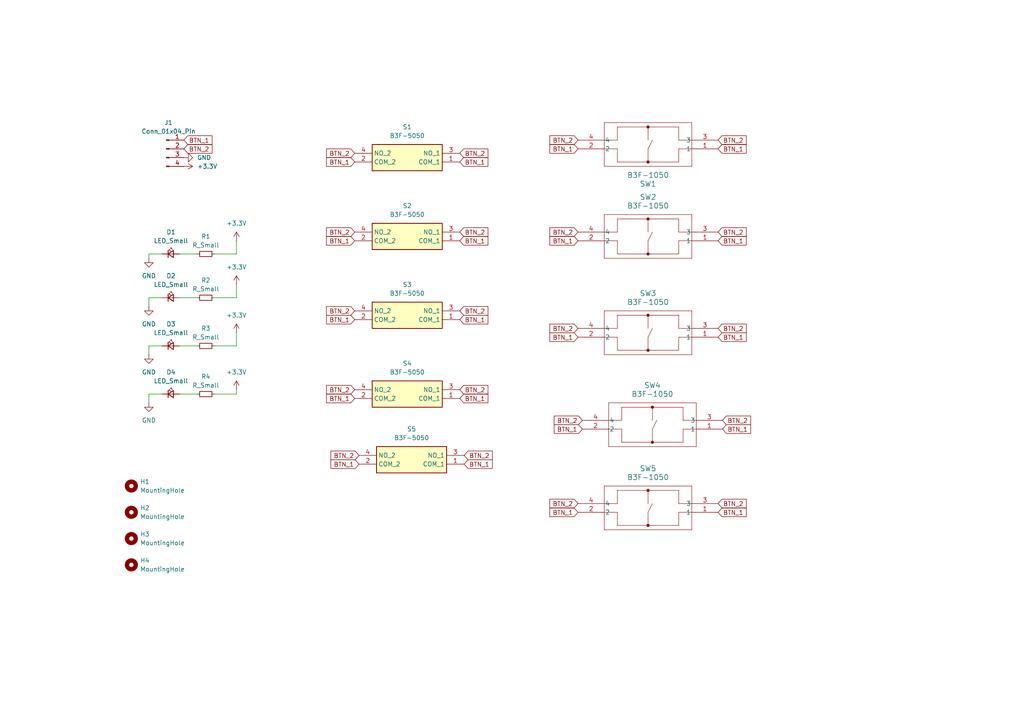
<source format=kicad_sch>
(kicad_sch
	(version 20231120)
	(generator "eeschema")
	(generator_version "8.0")
	(uuid "c6399d5b-af90-4236-8b84-8efefab4c55f")
	(paper "A4")
	(lib_symbols
		(symbol "B3F-1050:B3F-1050"
			(pin_names
				(offset 0.254)
			)
			(exclude_from_sim no)
			(in_bom yes)
			(on_board yes)
			(property "Reference" "SW"
				(at 20.32 10.16 0)
				(effects
					(font
						(size 1.524 1.524)
					)
				)
			)
			(property "Value" "B3F-1050"
				(at 20.32 7.62 0)
				(effects
					(font
						(size 1.524 1.524)
					)
				)
			)
			(property "Footprint" "SW_B3F-1050_OMR"
				(at 0 0 0)
				(effects
					(font
						(size 1.27 1.27)
						(italic yes)
					)
					(hide yes)
				)
			)
			(property "Datasheet" "B3F-1050"
				(at 0 0 0)
				(effects
					(font
						(size 1.27 1.27)
						(italic yes)
					)
					(hide yes)
				)
			)
			(property "Description" ""
				(at 0 0 0)
				(effects
					(font
						(size 1.27 1.27)
					)
					(hide yes)
				)
			)
			(property "ki_locked" ""
				(at 0 0 0)
				(effects
					(font
						(size 1.27 1.27)
					)
				)
			)
			(property "ki_keywords" "B3F-1050"
				(at 0 0 0)
				(effects
					(font
						(size 1.27 1.27)
					)
					(hide yes)
				)
			)
			(property "ki_fp_filters" "SW_B3F-1050_OMR"
				(at 0 0 0)
				(effects
					(font
						(size 1.27 1.27)
					)
					(hide yes)
				)
			)
			(symbol "B3F-1050_0_1"
				(polyline
					(pts
						(xy 7.62 -7.62) (xy 33.02 -7.62)
					)
					(stroke
						(width 0.127)
						(type default)
					)
					(fill
						(type none)
					)
				)
				(polyline
					(pts
						(xy 7.62 -2.54) (xy 11.43 -2.54)
					)
					(stroke
						(width 0.127)
						(type default)
					)
					(fill
						(type none)
					)
				)
				(polyline
					(pts
						(xy 7.62 0) (xy 11.43 0)
					)
					(stroke
						(width 0.127)
						(type default)
					)
					(fill
						(type none)
					)
				)
				(polyline
					(pts
						(xy 7.62 5.08) (xy 7.62 -7.62)
					)
					(stroke
						(width 0.127)
						(type default)
					)
					(fill
						(type none)
					)
				)
				(polyline
					(pts
						(xy 11.43 -6.35) (xy 29.21 -6.35)
					)
					(stroke
						(width 0.127)
						(type default)
					)
					(fill
						(type none)
					)
				)
				(polyline
					(pts
						(xy 11.43 -2.54) (xy 11.43 -6.35)
					)
					(stroke
						(width 0.127)
						(type default)
					)
					(fill
						(type none)
					)
				)
				(polyline
					(pts
						(xy 11.43 0) (xy 11.43 3.81)
					)
					(stroke
						(width 0.127)
						(type default)
					)
					(fill
						(type none)
					)
				)
				(polyline
					(pts
						(xy 20.32 -2.54) (xy 20.32 -6.35)
					)
					(stroke
						(width 0.127)
						(type default)
					)
					(fill
						(type none)
					)
				)
				(polyline
					(pts
						(xy 20.32 0) (xy 19.05 -2.54)
					)
					(stroke
						(width 0.127)
						(type default)
					)
					(fill
						(type none)
					)
				)
				(polyline
					(pts
						(xy 20.32 3.81) (xy 20.32 0)
					)
					(stroke
						(width 0.127)
						(type default)
					)
					(fill
						(type none)
					)
				)
				(polyline
					(pts
						(xy 29.21 -6.35) (xy 29.21 -2.54)
					)
					(stroke
						(width 0.127)
						(type default)
					)
					(fill
						(type none)
					)
				)
				(polyline
					(pts
						(xy 29.21 -2.54) (xy 33.02 -2.54)
					)
					(stroke
						(width 0.127)
						(type default)
					)
					(fill
						(type none)
					)
				)
				(polyline
					(pts
						(xy 29.21 0) (xy 29.21 3.81)
					)
					(stroke
						(width 0.127)
						(type default)
					)
					(fill
						(type none)
					)
				)
				(polyline
					(pts
						(xy 29.21 3.81) (xy 11.43 3.81)
					)
					(stroke
						(width 0.127)
						(type default)
					)
					(fill
						(type none)
					)
				)
				(polyline
					(pts
						(xy 33.02 -7.62) (xy 33.02 5.08)
					)
					(stroke
						(width 0.127)
						(type default)
					)
					(fill
						(type none)
					)
				)
				(polyline
					(pts
						(xy 33.02 0) (xy 29.21 0)
					)
					(stroke
						(width 0.127)
						(type default)
					)
					(fill
						(type none)
					)
				)
				(polyline
					(pts
						(xy 33.02 5.08) (xy 7.62 5.08)
					)
					(stroke
						(width 0.127)
						(type default)
					)
					(fill
						(type none)
					)
				)
				(circle
					(center 20.32 -6.35)
					(radius 0.254)
					(stroke
						(width 0.381)
						(type default)
					)
					(fill
						(type none)
					)
				)
				(circle
					(center 20.32 3.81)
					(radius 0.254)
					(stroke
						(width 0.381)
						(type default)
					)
					(fill
						(type none)
					)
				)
				(pin unspecified line
					(at 0 0 0)
					(length 7.62)
					(name "1"
						(effects
							(font
								(size 1.27 1.27)
							)
						)
					)
					(number "1"
						(effects
							(font
								(size 1.27 1.27)
							)
						)
					)
				)
				(pin unspecified line
					(at 40.64 0 180)
					(length 7.62)
					(name "2"
						(effects
							(font
								(size 1.27 1.27)
							)
						)
					)
					(number "2"
						(effects
							(font
								(size 1.27 1.27)
							)
						)
					)
				)
				(pin unspecified line
					(at 0 -2.54 0)
					(length 7.62)
					(name "3"
						(effects
							(font
								(size 1.27 1.27)
							)
						)
					)
					(number "3"
						(effects
							(font
								(size 1.27 1.27)
							)
						)
					)
				)
				(pin unspecified line
					(at 40.64 -2.54 180)
					(length 7.62)
					(name "4"
						(effects
							(font
								(size 1.27 1.27)
							)
						)
					)
					(number "4"
						(effects
							(font
								(size 1.27 1.27)
							)
						)
					)
				)
			)
		)
		(symbol "B3F-5050:B3F-5050"
			(exclude_from_sim no)
			(in_bom yes)
			(on_board yes)
			(property "Reference" "S"
				(at 26.67 7.62 0)
				(effects
					(font
						(size 1.27 1.27)
					)
					(justify left top)
				)
			)
			(property "Value" "B3F-5050"
				(at 26.67 5.08 0)
				(effects
					(font
						(size 1.27 1.27)
					)
					(justify left top)
				)
			)
			(property "Footprint" "B3F-4055"
				(at 26.67 -94.92 0)
				(effects
					(font
						(size 1.27 1.27)
					)
					(justify left top)
					(hide yes)
				)
			)
			(property "Datasheet" "https://omronfs.omron.com/en_US/ecb/products/pdf/en-b3f.pdf"
				(at 26.67 -194.92 0)
				(effects
					(font
						(size 1.27 1.27)
					)
					(justify left top)
					(hide yes)
				)
			)
			(property "Description" "Tactile Switches 12x12mm Lg Svc Life Ht 7.3mm"
				(at 0 0 0)
				(effects
					(font
						(size 1.27 1.27)
					)
					(hide yes)
				)
			)
			(property "Height" ""
				(at 26.67 -394.92 0)
				(effects
					(font
						(size 1.27 1.27)
					)
					(justify left top)
					(hide yes)
				)
			)
			(property "Mouser Part Number" "653-B3F-5050"
				(at 26.67 -494.92 0)
				(effects
					(font
						(size 1.27 1.27)
					)
					(justify left top)
					(hide yes)
				)
			)
			(property "Mouser Price/Stock" "https://www.mouser.co.uk/ProductDetail/Omron-Electronics/B3F-5050?qs=dOLq8QE0Pqqk%2FO9x2OpTQw%3D%3D"
				(at 26.67 -594.92 0)
				(effects
					(font
						(size 1.27 1.27)
					)
					(justify left top)
					(hide yes)
				)
			)
			(property "Manufacturer_Name" "Omron Electronics"
				(at 26.67 -694.92 0)
				(effects
					(font
						(size 1.27 1.27)
					)
					(justify left top)
					(hide yes)
				)
			)
			(property "Manufacturer_Part_Number" "B3F-5050"
				(at 26.67 -794.92 0)
				(effects
					(font
						(size 1.27 1.27)
					)
					(justify left top)
					(hide yes)
				)
			)
			(symbol "B3F-5050_1_1"
				(rectangle
					(start 5.08 2.54)
					(end 25.4 -5.08)
					(stroke
						(width 0.254)
						(type default)
					)
					(fill
						(type background)
					)
				)
				(pin passive line
					(at 30.48 -2.54 180)
					(length 5.08)
					(name "COM_1"
						(effects
							(font
								(size 1.27 1.27)
							)
						)
					)
					(number "1"
						(effects
							(font
								(size 1.27 1.27)
							)
						)
					)
				)
				(pin passive line
					(at 0 -2.54 0)
					(length 5.08)
					(name "COM_2"
						(effects
							(font
								(size 1.27 1.27)
							)
						)
					)
					(number "2"
						(effects
							(font
								(size 1.27 1.27)
							)
						)
					)
				)
				(pin passive line
					(at 30.48 0 180)
					(length 5.08)
					(name "NO_1"
						(effects
							(font
								(size 1.27 1.27)
							)
						)
					)
					(number "3"
						(effects
							(font
								(size 1.27 1.27)
							)
						)
					)
				)
				(pin passive line
					(at 0 0 0)
					(length 5.08)
					(name "NO_2"
						(effects
							(font
								(size 1.27 1.27)
							)
						)
					)
					(number "4"
						(effects
							(font
								(size 1.27 1.27)
							)
						)
					)
				)
			)
		)
		(symbol "Connector:Conn_01x04_Pin"
			(pin_names
				(offset 1.016) hide)
			(exclude_from_sim no)
			(in_bom yes)
			(on_board yes)
			(property "Reference" "J"
				(at 0 5.08 0)
				(effects
					(font
						(size 1.27 1.27)
					)
				)
			)
			(property "Value" "Conn_01x04_Pin"
				(at 0 -7.62 0)
				(effects
					(font
						(size 1.27 1.27)
					)
				)
			)
			(property "Footprint" ""
				(at 0 0 0)
				(effects
					(font
						(size 1.27 1.27)
					)
					(hide yes)
				)
			)
			(property "Datasheet" "~"
				(at 0 0 0)
				(effects
					(font
						(size 1.27 1.27)
					)
					(hide yes)
				)
			)
			(property "Description" "Generic connector, single row, 01x04, script generated"
				(at 0 0 0)
				(effects
					(font
						(size 1.27 1.27)
					)
					(hide yes)
				)
			)
			(property "ki_locked" ""
				(at 0 0 0)
				(effects
					(font
						(size 1.27 1.27)
					)
				)
			)
			(property "ki_keywords" "connector"
				(at 0 0 0)
				(effects
					(font
						(size 1.27 1.27)
					)
					(hide yes)
				)
			)
			(property "ki_fp_filters" "Connector*:*_1x??_*"
				(at 0 0 0)
				(effects
					(font
						(size 1.27 1.27)
					)
					(hide yes)
				)
			)
			(symbol "Conn_01x04_Pin_1_1"
				(polyline
					(pts
						(xy 1.27 -5.08) (xy 0.8636 -5.08)
					)
					(stroke
						(width 0.1524)
						(type default)
					)
					(fill
						(type none)
					)
				)
				(polyline
					(pts
						(xy 1.27 -2.54) (xy 0.8636 -2.54)
					)
					(stroke
						(width 0.1524)
						(type default)
					)
					(fill
						(type none)
					)
				)
				(polyline
					(pts
						(xy 1.27 0) (xy 0.8636 0)
					)
					(stroke
						(width 0.1524)
						(type default)
					)
					(fill
						(type none)
					)
				)
				(polyline
					(pts
						(xy 1.27 2.54) (xy 0.8636 2.54)
					)
					(stroke
						(width 0.1524)
						(type default)
					)
					(fill
						(type none)
					)
				)
				(rectangle
					(start 0.8636 -4.953)
					(end 0 -5.207)
					(stroke
						(width 0.1524)
						(type default)
					)
					(fill
						(type outline)
					)
				)
				(rectangle
					(start 0.8636 -2.413)
					(end 0 -2.667)
					(stroke
						(width 0.1524)
						(type default)
					)
					(fill
						(type outline)
					)
				)
				(rectangle
					(start 0.8636 0.127)
					(end 0 -0.127)
					(stroke
						(width 0.1524)
						(type default)
					)
					(fill
						(type outline)
					)
				)
				(rectangle
					(start 0.8636 2.667)
					(end 0 2.413)
					(stroke
						(width 0.1524)
						(type default)
					)
					(fill
						(type outline)
					)
				)
				(pin passive line
					(at 5.08 2.54 180)
					(length 3.81)
					(name "Pin_1"
						(effects
							(font
								(size 1.27 1.27)
							)
						)
					)
					(number "1"
						(effects
							(font
								(size 1.27 1.27)
							)
						)
					)
				)
				(pin passive line
					(at 5.08 0 180)
					(length 3.81)
					(name "Pin_2"
						(effects
							(font
								(size 1.27 1.27)
							)
						)
					)
					(number "2"
						(effects
							(font
								(size 1.27 1.27)
							)
						)
					)
				)
				(pin passive line
					(at 5.08 -2.54 180)
					(length 3.81)
					(name "Pin_3"
						(effects
							(font
								(size 1.27 1.27)
							)
						)
					)
					(number "3"
						(effects
							(font
								(size 1.27 1.27)
							)
						)
					)
				)
				(pin passive line
					(at 5.08 -5.08 180)
					(length 3.81)
					(name "Pin_4"
						(effects
							(font
								(size 1.27 1.27)
							)
						)
					)
					(number "4"
						(effects
							(font
								(size 1.27 1.27)
							)
						)
					)
				)
			)
		)
		(symbol "Device:LED_Small"
			(pin_numbers hide)
			(pin_names
				(offset 0.254) hide)
			(exclude_from_sim no)
			(in_bom yes)
			(on_board yes)
			(property "Reference" "D"
				(at -1.27 3.175 0)
				(effects
					(font
						(size 1.27 1.27)
					)
					(justify left)
				)
			)
			(property "Value" "LED_Small"
				(at -4.445 -2.54 0)
				(effects
					(font
						(size 1.27 1.27)
					)
					(justify left)
				)
			)
			(property "Footprint" ""
				(at 0 0 90)
				(effects
					(font
						(size 1.27 1.27)
					)
					(hide yes)
				)
			)
			(property "Datasheet" "~"
				(at 0 0 90)
				(effects
					(font
						(size 1.27 1.27)
					)
					(hide yes)
				)
			)
			(property "Description" "Light emitting diode, small symbol"
				(at 0 0 0)
				(effects
					(font
						(size 1.27 1.27)
					)
					(hide yes)
				)
			)
			(property "ki_keywords" "LED diode light-emitting-diode"
				(at 0 0 0)
				(effects
					(font
						(size 1.27 1.27)
					)
					(hide yes)
				)
			)
			(property "ki_fp_filters" "LED* LED_SMD:* LED_THT:*"
				(at 0 0 0)
				(effects
					(font
						(size 1.27 1.27)
					)
					(hide yes)
				)
			)
			(symbol "LED_Small_0_1"
				(polyline
					(pts
						(xy -0.762 -1.016) (xy -0.762 1.016)
					)
					(stroke
						(width 0.254)
						(type default)
					)
					(fill
						(type none)
					)
				)
				(polyline
					(pts
						(xy 1.016 0) (xy -0.762 0)
					)
					(stroke
						(width 0)
						(type default)
					)
					(fill
						(type none)
					)
				)
				(polyline
					(pts
						(xy 0.762 -1.016) (xy -0.762 0) (xy 0.762 1.016) (xy 0.762 -1.016)
					)
					(stroke
						(width 0.254)
						(type default)
					)
					(fill
						(type none)
					)
				)
				(polyline
					(pts
						(xy 0 0.762) (xy -0.508 1.27) (xy -0.254 1.27) (xy -0.508 1.27) (xy -0.508 1.016)
					)
					(stroke
						(width 0)
						(type default)
					)
					(fill
						(type none)
					)
				)
				(polyline
					(pts
						(xy 0.508 1.27) (xy 0 1.778) (xy 0.254 1.778) (xy 0 1.778) (xy 0 1.524)
					)
					(stroke
						(width 0)
						(type default)
					)
					(fill
						(type none)
					)
				)
			)
			(symbol "LED_Small_1_1"
				(pin passive line
					(at -2.54 0 0)
					(length 1.778)
					(name "K"
						(effects
							(font
								(size 1.27 1.27)
							)
						)
					)
					(number "1"
						(effects
							(font
								(size 1.27 1.27)
							)
						)
					)
				)
				(pin passive line
					(at 2.54 0 180)
					(length 1.778)
					(name "A"
						(effects
							(font
								(size 1.27 1.27)
							)
						)
					)
					(number "2"
						(effects
							(font
								(size 1.27 1.27)
							)
						)
					)
				)
			)
		)
		(symbol "Device:R_Small"
			(pin_numbers hide)
			(pin_names
				(offset 0.254) hide)
			(exclude_from_sim no)
			(in_bom yes)
			(on_board yes)
			(property "Reference" "R"
				(at 0.762 0.508 0)
				(effects
					(font
						(size 1.27 1.27)
					)
					(justify left)
				)
			)
			(property "Value" "R_Small"
				(at 0.762 -1.016 0)
				(effects
					(font
						(size 1.27 1.27)
					)
					(justify left)
				)
			)
			(property "Footprint" ""
				(at 0 0 0)
				(effects
					(font
						(size 1.27 1.27)
					)
					(hide yes)
				)
			)
			(property "Datasheet" "~"
				(at 0 0 0)
				(effects
					(font
						(size 1.27 1.27)
					)
					(hide yes)
				)
			)
			(property "Description" "Resistor, small symbol"
				(at 0 0 0)
				(effects
					(font
						(size 1.27 1.27)
					)
					(hide yes)
				)
			)
			(property "ki_keywords" "R resistor"
				(at 0 0 0)
				(effects
					(font
						(size 1.27 1.27)
					)
					(hide yes)
				)
			)
			(property "ki_fp_filters" "R_*"
				(at 0 0 0)
				(effects
					(font
						(size 1.27 1.27)
					)
					(hide yes)
				)
			)
			(symbol "R_Small_0_1"
				(rectangle
					(start -0.762 1.778)
					(end 0.762 -1.778)
					(stroke
						(width 0.2032)
						(type default)
					)
					(fill
						(type none)
					)
				)
			)
			(symbol "R_Small_1_1"
				(pin passive line
					(at 0 2.54 270)
					(length 0.762)
					(name "~"
						(effects
							(font
								(size 1.27 1.27)
							)
						)
					)
					(number "1"
						(effects
							(font
								(size 1.27 1.27)
							)
						)
					)
				)
				(pin passive line
					(at 0 -2.54 90)
					(length 0.762)
					(name "~"
						(effects
							(font
								(size 1.27 1.27)
							)
						)
					)
					(number "2"
						(effects
							(font
								(size 1.27 1.27)
							)
						)
					)
				)
			)
		)
		(symbol "Mechanical:MountingHole"
			(pin_names
				(offset 1.016)
			)
			(exclude_from_sim yes)
			(in_bom no)
			(on_board yes)
			(property "Reference" "H"
				(at 0 5.08 0)
				(effects
					(font
						(size 1.27 1.27)
					)
				)
			)
			(property "Value" "MountingHole"
				(at 0 3.175 0)
				(effects
					(font
						(size 1.27 1.27)
					)
				)
			)
			(property "Footprint" ""
				(at 0 0 0)
				(effects
					(font
						(size 1.27 1.27)
					)
					(hide yes)
				)
			)
			(property "Datasheet" "~"
				(at 0 0 0)
				(effects
					(font
						(size 1.27 1.27)
					)
					(hide yes)
				)
			)
			(property "Description" "Mounting Hole without connection"
				(at 0 0 0)
				(effects
					(font
						(size 1.27 1.27)
					)
					(hide yes)
				)
			)
			(property "ki_keywords" "mounting hole"
				(at 0 0 0)
				(effects
					(font
						(size 1.27 1.27)
					)
					(hide yes)
				)
			)
			(property "ki_fp_filters" "MountingHole*"
				(at 0 0 0)
				(effects
					(font
						(size 1.27 1.27)
					)
					(hide yes)
				)
			)
			(symbol "MountingHole_0_1"
				(circle
					(center 0 0)
					(radius 1.27)
					(stroke
						(width 1.27)
						(type default)
					)
					(fill
						(type none)
					)
				)
			)
		)
		(symbol "power:+3.3V"
			(power)
			(pin_numbers hide)
			(pin_names
				(offset 0) hide)
			(exclude_from_sim no)
			(in_bom yes)
			(on_board yes)
			(property "Reference" "#PWR"
				(at 0 -3.81 0)
				(effects
					(font
						(size 1.27 1.27)
					)
					(hide yes)
				)
			)
			(property "Value" "+3.3V"
				(at 0 3.556 0)
				(effects
					(font
						(size 1.27 1.27)
					)
				)
			)
			(property "Footprint" ""
				(at 0 0 0)
				(effects
					(font
						(size 1.27 1.27)
					)
					(hide yes)
				)
			)
			(property "Datasheet" ""
				(at 0 0 0)
				(effects
					(font
						(size 1.27 1.27)
					)
					(hide yes)
				)
			)
			(property "Description" "Power symbol creates a global label with name \"+3.3V\""
				(at 0 0 0)
				(effects
					(font
						(size 1.27 1.27)
					)
					(hide yes)
				)
			)
			(property "ki_keywords" "global power"
				(at 0 0 0)
				(effects
					(font
						(size 1.27 1.27)
					)
					(hide yes)
				)
			)
			(symbol "+3.3V_0_1"
				(polyline
					(pts
						(xy -0.762 1.27) (xy 0 2.54)
					)
					(stroke
						(width 0)
						(type default)
					)
					(fill
						(type none)
					)
				)
				(polyline
					(pts
						(xy 0 0) (xy 0 2.54)
					)
					(stroke
						(width 0)
						(type default)
					)
					(fill
						(type none)
					)
				)
				(polyline
					(pts
						(xy 0 2.54) (xy 0.762 1.27)
					)
					(stroke
						(width 0)
						(type default)
					)
					(fill
						(type none)
					)
				)
			)
			(symbol "+3.3V_1_1"
				(pin power_in line
					(at 0 0 90)
					(length 0)
					(name "~"
						(effects
							(font
								(size 1.27 1.27)
							)
						)
					)
					(number "1"
						(effects
							(font
								(size 1.27 1.27)
							)
						)
					)
				)
			)
		)
		(symbol "power:GND"
			(power)
			(pin_numbers hide)
			(pin_names
				(offset 0) hide)
			(exclude_from_sim no)
			(in_bom yes)
			(on_board yes)
			(property "Reference" "#PWR"
				(at 0 -6.35 0)
				(effects
					(font
						(size 1.27 1.27)
					)
					(hide yes)
				)
			)
			(property "Value" "GND"
				(at 0 -3.81 0)
				(effects
					(font
						(size 1.27 1.27)
					)
				)
			)
			(property "Footprint" ""
				(at 0 0 0)
				(effects
					(font
						(size 1.27 1.27)
					)
					(hide yes)
				)
			)
			(property "Datasheet" ""
				(at 0 0 0)
				(effects
					(font
						(size 1.27 1.27)
					)
					(hide yes)
				)
			)
			(property "Description" "Power symbol creates a global label with name \"GND\" , ground"
				(at 0 0 0)
				(effects
					(font
						(size 1.27 1.27)
					)
					(hide yes)
				)
			)
			(property "ki_keywords" "global power"
				(at 0 0 0)
				(effects
					(font
						(size 1.27 1.27)
					)
					(hide yes)
				)
			)
			(symbol "GND_0_1"
				(polyline
					(pts
						(xy 0 0) (xy 0 -1.27) (xy 1.27 -1.27) (xy 0 -2.54) (xy -1.27 -1.27) (xy 0 -1.27)
					)
					(stroke
						(width 0)
						(type default)
					)
					(fill
						(type none)
					)
				)
			)
			(symbol "GND_1_1"
				(pin power_in line
					(at 0 0 270)
					(length 0)
					(name "~"
						(effects
							(font
								(size 1.27 1.27)
							)
						)
					)
					(number "1"
						(effects
							(font
								(size 1.27 1.27)
							)
						)
					)
				)
			)
		)
	)
	(wire
		(pts
			(xy 62.23 86.36) (xy 68.58 86.36)
		)
		(stroke
			(width 0)
			(type default)
		)
		(uuid "1735ace0-be44-4d81-ba93-e236f1e8c60d")
	)
	(wire
		(pts
			(xy 62.23 114.3) (xy 68.58 114.3)
		)
		(stroke
			(width 0)
			(type default)
		)
		(uuid "1a8fc918-4aad-4485-8256-20a1290b1bdc")
	)
	(wire
		(pts
			(xy 52.07 100.33) (xy 57.15 100.33)
		)
		(stroke
			(width 0)
			(type default)
		)
		(uuid "1c6253d8-5675-4309-ba15-f396c1354ffe")
	)
	(wire
		(pts
			(xy 46.99 100.33) (xy 43.18 100.33)
		)
		(stroke
			(width 0)
			(type default)
		)
		(uuid "42e44da8-0ef4-4265-84c6-8382e8d9cad8")
	)
	(wire
		(pts
			(xy 46.99 86.36) (xy 43.18 86.36)
		)
		(stroke
			(width 0)
			(type default)
		)
		(uuid "4ca21103-93ee-4f3a-853e-75ad5adf8377")
	)
	(wire
		(pts
			(xy 68.58 86.36) (xy 68.58 82.55)
		)
		(stroke
			(width 0)
			(type default)
		)
		(uuid "5390e58f-d959-42e3-82df-05330aada3b3")
	)
	(wire
		(pts
			(xy 43.18 73.66) (xy 43.18 74.93)
		)
		(stroke
			(width 0)
			(type default)
		)
		(uuid "5bfa8dcf-c4eb-4430-b798-8067c896fc7a")
	)
	(wire
		(pts
			(xy 43.18 114.3) (xy 46.99 114.3)
		)
		(stroke
			(width 0)
			(type default)
		)
		(uuid "6beadd21-2087-4aa4-9603-f70750f0fd13")
	)
	(wire
		(pts
			(xy 52.07 114.3) (xy 57.15 114.3)
		)
		(stroke
			(width 0)
			(type default)
		)
		(uuid "717bc97e-7184-4343-aaa5-27d3ff97c688")
	)
	(wire
		(pts
			(xy 43.18 100.33) (xy 43.18 102.87)
		)
		(stroke
			(width 0)
			(type default)
		)
		(uuid "7287b9ae-c4bb-4080-be8a-9ad87d49f84c")
	)
	(wire
		(pts
			(xy 62.23 100.33) (xy 68.58 100.33)
		)
		(stroke
			(width 0)
			(type default)
		)
		(uuid "90b57033-3b02-4488-9ede-75849f14b7d2")
	)
	(wire
		(pts
			(xy 68.58 114.3) (xy 68.58 113.03)
		)
		(stroke
			(width 0)
			(type default)
		)
		(uuid "a0054843-26b2-4c26-b463-b3ac62106dc4")
	)
	(wire
		(pts
			(xy 46.99 73.66) (xy 43.18 73.66)
		)
		(stroke
			(width 0)
			(type default)
		)
		(uuid "ab8d8938-8f98-4245-8462-68326162cb80")
	)
	(wire
		(pts
			(xy 68.58 100.33) (xy 68.58 96.52)
		)
		(stroke
			(width 0)
			(type default)
		)
		(uuid "b9738dde-903f-4a8d-8c8f-25a710c17524")
	)
	(wire
		(pts
			(xy 68.58 73.66) (xy 68.58 69.85)
		)
		(stroke
			(width 0)
			(type default)
		)
		(uuid "b9fee545-7137-49c8-9fe7-91ae96a865dc")
	)
	(wire
		(pts
			(xy 62.23 73.66) (xy 68.58 73.66)
		)
		(stroke
			(width 0)
			(type default)
		)
		(uuid "c472b096-fc1e-45ef-b50b-e27b2416f1ed")
	)
	(wire
		(pts
			(xy 43.18 86.36) (xy 43.18 88.9)
		)
		(stroke
			(width 0)
			(type default)
		)
		(uuid "ce75a1cb-ba74-4a82-a447-2f34b4f4ea02")
	)
	(wire
		(pts
			(xy 43.18 116.84) (xy 43.18 114.3)
		)
		(stroke
			(width 0)
			(type default)
		)
		(uuid "cf8528fd-0825-4149-9855-f2574b41c591")
	)
	(wire
		(pts
			(xy 52.07 73.66) (xy 57.15 73.66)
		)
		(stroke
			(width 0)
			(type default)
		)
		(uuid "e2dd3634-783e-4de0-83a8-1dc9e953ed5f")
	)
	(wire
		(pts
			(xy 52.07 86.36) (xy 57.15 86.36)
		)
		(stroke
			(width 0)
			(type default)
		)
		(uuid "fdf91fa3-3c28-4add-9e72-ca9b53020a9f")
	)
	(global_label "BTN_2"
		(shape input)
		(at 102.87 44.45 180)
		(fields_autoplaced yes)
		(effects
			(font
				(size 1.27 1.27)
			)
			(justify right)
		)
		(uuid "08f831f9-0a4d-4926-940e-a2edac5b17d3")
		(property "Intersheetrefs" "${INTERSHEET_REFS}"
			(at 94.1396 44.45 0)
			(effects
				(font
					(size 1.27 1.27)
				)
				(justify right)
				(hide yes)
			)
		)
	)
	(global_label "BTN_2"
		(shape input)
		(at 208.28 40.64 0)
		(fields_autoplaced yes)
		(effects
			(font
				(size 1.27 1.27)
			)
			(justify left)
		)
		(uuid "0c5bf8f4-0dc1-41b3-80aa-d6138cd642d6")
		(property "Intersheetrefs" "${INTERSHEET_REFS}"
			(at 217.0104 40.64 0)
			(effects
				(font
					(size 1.27 1.27)
				)
				(justify left)
				(hide yes)
			)
		)
	)
	(global_label "BTN_1"
		(shape input)
		(at 104.14 134.62 180)
		(fields_autoplaced yes)
		(effects
			(font
				(size 1.27 1.27)
			)
			(justify right)
		)
		(uuid "0f3876d4-2fdc-4782-a5d1-3c86876d20ca")
		(property "Intersheetrefs" "${INTERSHEET_REFS}"
			(at 95.4096 134.62 0)
			(effects
				(font
					(size 1.27 1.27)
				)
				(justify right)
				(hide yes)
			)
		)
	)
	(global_label "BTN_2"
		(shape input)
		(at 133.35 90.17 0)
		(fields_autoplaced yes)
		(effects
			(font
				(size 1.27 1.27)
			)
			(justify left)
		)
		(uuid "1566d85e-47a4-4bf5-8d67-3d86a9439428")
		(property "Intersheetrefs" "${INTERSHEET_REFS}"
			(at 142.0804 90.17 0)
			(effects
				(font
					(size 1.27 1.27)
				)
				(justify left)
				(hide yes)
			)
		)
	)
	(global_label "BTN_2"
		(shape input)
		(at 102.87 67.31 180)
		(fields_autoplaced yes)
		(effects
			(font
				(size 1.27 1.27)
			)
			(justify right)
		)
		(uuid "17fc4bde-5706-4762-882d-17fed1eb2841")
		(property "Intersheetrefs" "${INTERSHEET_REFS}"
			(at 94.1396 67.31 0)
			(effects
				(font
					(size 1.27 1.27)
				)
				(justify right)
				(hide yes)
			)
		)
	)
	(global_label "BTN_1"
		(shape input)
		(at 53.34 40.64 0)
		(fields_autoplaced yes)
		(effects
			(font
				(size 1.27 1.27)
			)
			(justify left)
		)
		(uuid "1c21b87c-a17c-401e-aef5-54b69f5d5cf0")
		(property "Intersheetrefs" "${INTERSHEET_REFS}"
			(at 62.0704 40.64 0)
			(effects
				(font
					(size 1.27 1.27)
				)
				(justify left)
				(hide yes)
			)
		)
	)
	(global_label "BTN_2"
		(shape input)
		(at 134.62 132.08 0)
		(fields_autoplaced yes)
		(effects
			(font
				(size 1.27 1.27)
			)
			(justify left)
		)
		(uuid "1cd631a8-3f6e-4419-a68d-66c3d8301e57")
		(property "Intersheetrefs" "${INTERSHEET_REFS}"
			(at 143.3504 132.08 0)
			(effects
				(font
					(size 1.27 1.27)
				)
				(justify left)
				(hide yes)
			)
		)
	)
	(global_label "BTN_1"
		(shape input)
		(at 133.35 115.57 0)
		(fields_autoplaced yes)
		(effects
			(font
				(size 1.27 1.27)
			)
			(justify left)
		)
		(uuid "1f60786a-e246-42ba-b7d6-e1c38ca11cdd")
		(property "Intersheetrefs" "${INTERSHEET_REFS}"
			(at 142.0804 115.57 0)
			(effects
				(font
					(size 1.27 1.27)
				)
				(justify left)
				(hide yes)
			)
		)
	)
	(global_label "BTN_1"
		(shape input)
		(at 208.28 43.18 0)
		(fields_autoplaced yes)
		(effects
			(font
				(size 1.27 1.27)
			)
			(justify left)
		)
		(uuid "282b3263-ea78-4089-95d5-2d83c22df31f")
		(property "Intersheetrefs" "${INTERSHEET_REFS}"
			(at 217.0104 43.18 0)
			(effects
				(font
					(size 1.27 1.27)
				)
				(justify left)
				(hide yes)
			)
		)
	)
	(global_label "BTN_2"
		(shape input)
		(at 208.28 146.05 0)
		(fields_autoplaced yes)
		(effects
			(font
				(size 1.27 1.27)
			)
			(justify left)
		)
		(uuid "2e2092c3-a91f-4c20-945c-39a9025e2ebe")
		(property "Intersheetrefs" "${INTERSHEET_REFS}"
			(at 217.0104 146.05 0)
			(effects
				(font
					(size 1.27 1.27)
				)
				(justify left)
				(hide yes)
			)
		)
	)
	(global_label "BTN_2"
		(shape input)
		(at 167.64 95.25 180)
		(fields_autoplaced yes)
		(effects
			(font
				(size 1.27 1.27)
			)
			(justify right)
		)
		(uuid "2ebb0200-c534-4681-82b8-47dc71476c3a")
		(property "Intersheetrefs" "${INTERSHEET_REFS}"
			(at 158.9096 95.25 0)
			(effects
				(font
					(size 1.27 1.27)
				)
				(justify right)
				(hide yes)
			)
		)
	)
	(global_label "BTN_2"
		(shape input)
		(at 208.28 95.25 0)
		(fields_autoplaced yes)
		(effects
			(font
				(size 1.27 1.27)
			)
			(justify left)
		)
		(uuid "311cf2d8-7640-4af8-8dea-77e8b2736e34")
		(property "Intersheetrefs" "${INTERSHEET_REFS}"
			(at 217.0104 95.25 0)
			(effects
				(font
					(size 1.27 1.27)
				)
				(justify left)
				(hide yes)
			)
		)
	)
	(global_label "BTN_1"
		(shape input)
		(at 102.87 46.99 180)
		(fields_autoplaced yes)
		(effects
			(font
				(size 1.27 1.27)
			)
			(justify right)
		)
		(uuid "360c815b-bda0-47a2-91c0-0e0b4cb9dd1c")
		(property "Intersheetrefs" "${INTERSHEET_REFS}"
			(at 94.1396 46.99 0)
			(effects
				(font
					(size 1.27 1.27)
				)
				(justify right)
				(hide yes)
			)
		)
	)
	(global_label "BTN_2"
		(shape input)
		(at 133.35 44.45 0)
		(fields_autoplaced yes)
		(effects
			(font
				(size 1.27 1.27)
			)
			(justify left)
		)
		(uuid "5bd5b56b-77da-46e5-bbc3-5c41c5097cfd")
		(property "Intersheetrefs" "${INTERSHEET_REFS}"
			(at 142.0804 44.45 0)
			(effects
				(font
					(size 1.27 1.27)
				)
				(justify left)
				(hide yes)
			)
		)
	)
	(global_label "BTN_2"
		(shape input)
		(at 133.35 113.03 0)
		(fields_autoplaced yes)
		(effects
			(font
				(size 1.27 1.27)
			)
			(justify left)
		)
		(uuid "6595d39b-f203-41b6-95a7-5eb9ef6f9108")
		(property "Intersheetrefs" "${INTERSHEET_REFS}"
			(at 142.0804 113.03 0)
			(effects
				(font
					(size 1.27 1.27)
				)
				(justify left)
				(hide yes)
			)
		)
	)
	(global_label "BTN_1"
		(shape input)
		(at 209.55 124.46 0)
		(fields_autoplaced yes)
		(effects
			(font
				(size 1.27 1.27)
			)
			(justify left)
		)
		(uuid "6985f9c7-2792-4dae-b9f1-2c6ef180c812")
		(property "Intersheetrefs" "${INTERSHEET_REFS}"
			(at 218.2804 124.46 0)
			(effects
				(font
					(size 1.27 1.27)
				)
				(justify left)
				(hide yes)
			)
		)
	)
	(global_label "BTN_1"
		(shape input)
		(at 208.28 97.79 0)
		(fields_autoplaced yes)
		(effects
			(font
				(size 1.27 1.27)
			)
			(justify left)
		)
		(uuid "6e04b6d4-56cf-426e-b754-4b5bc1b6ad8f")
		(property "Intersheetrefs" "${INTERSHEET_REFS}"
			(at 217.0104 97.79 0)
			(effects
				(font
					(size 1.27 1.27)
				)
				(justify left)
				(hide yes)
			)
		)
	)
	(global_label "BTN_1"
		(shape input)
		(at 167.64 97.79 180)
		(fields_autoplaced yes)
		(effects
			(font
				(size 1.27 1.27)
			)
			(justify right)
		)
		(uuid "6fbc13b8-776f-4acb-965a-8b60f7cdfb85")
		(property "Intersheetrefs" "${INTERSHEET_REFS}"
			(at 158.9096 97.79 0)
			(effects
				(font
					(size 1.27 1.27)
				)
				(justify right)
				(hide yes)
			)
		)
	)
	(global_label "BTN_2"
		(shape input)
		(at 102.87 90.17 180)
		(fields_autoplaced yes)
		(effects
			(font
				(size 1.27 1.27)
			)
			(justify right)
		)
		(uuid "8006db8a-6a67-4e62-8356-e3dfb7863da0")
		(property "Intersheetrefs" "${INTERSHEET_REFS}"
			(at 94.1396 90.17 0)
			(effects
				(font
					(size 1.27 1.27)
				)
				(justify right)
				(hide yes)
			)
		)
	)
	(global_label "BTN_2"
		(shape input)
		(at 102.87 113.03 180)
		(fields_autoplaced yes)
		(effects
			(font
				(size 1.27 1.27)
			)
			(justify right)
		)
		(uuid "823b005a-2842-4865-97b0-60bac864c803")
		(property "Intersheetrefs" "${INTERSHEET_REFS}"
			(at 94.1396 113.03 0)
			(effects
				(font
					(size 1.27 1.27)
				)
				(justify right)
				(hide yes)
			)
		)
	)
	(global_label "BTN_1"
		(shape input)
		(at 133.35 46.99 0)
		(fields_autoplaced yes)
		(effects
			(font
				(size 1.27 1.27)
			)
			(justify left)
		)
		(uuid "871d47a5-f562-43be-94af-955c3e00250b")
		(property "Intersheetrefs" "${INTERSHEET_REFS}"
			(at 142.0804 46.99 0)
			(effects
				(font
					(size 1.27 1.27)
				)
				(justify left)
				(hide yes)
			)
		)
	)
	(global_label "BTN_1"
		(shape input)
		(at 133.35 69.85 0)
		(fields_autoplaced yes)
		(effects
			(font
				(size 1.27 1.27)
			)
			(justify left)
		)
		(uuid "8bf58358-5725-498a-8595-fa71d4f617e5")
		(property "Intersheetrefs" "${INTERSHEET_REFS}"
			(at 142.0804 69.85 0)
			(effects
				(font
					(size 1.27 1.27)
				)
				(justify left)
				(hide yes)
			)
		)
	)
	(global_label "BTN_2"
		(shape input)
		(at 53.34 43.18 0)
		(fields_autoplaced yes)
		(effects
			(font
				(size 1.27 1.27)
			)
			(justify left)
		)
		(uuid "995b4dcb-354d-43a4-b7fa-b189e0247f7e")
		(property "Intersheetrefs" "${INTERSHEET_REFS}"
			(at 62.0704 43.18 0)
			(effects
				(font
					(size 1.27 1.27)
				)
				(justify left)
				(hide yes)
			)
		)
	)
	(global_label "BTN_1"
		(shape input)
		(at 102.87 115.57 180)
		(fields_autoplaced yes)
		(effects
			(font
				(size 1.27 1.27)
			)
			(justify right)
		)
		(uuid "99decbc9-5018-4f79-9b9d-4268e0f8d62c")
		(property "Intersheetrefs" "${INTERSHEET_REFS}"
			(at 94.1396 115.57 0)
			(effects
				(font
					(size 1.27 1.27)
				)
				(justify right)
				(hide yes)
			)
		)
	)
	(global_label "BTN_1"
		(shape input)
		(at 208.28 69.85 0)
		(fields_autoplaced yes)
		(effects
			(font
				(size 1.27 1.27)
			)
			(justify left)
		)
		(uuid "a17bdf30-33f6-4262-8707-aae354707244")
		(property "Intersheetrefs" "${INTERSHEET_REFS}"
			(at 217.0104 69.85 0)
			(effects
				(font
					(size 1.27 1.27)
				)
				(justify left)
				(hide yes)
			)
		)
	)
	(global_label "BTN_2"
		(shape input)
		(at 167.64 146.05 180)
		(fields_autoplaced yes)
		(effects
			(font
				(size 1.27 1.27)
			)
			(justify right)
		)
		(uuid "a5078d79-9c0e-49bc-88e0-cfaa184a6170")
		(property "Intersheetrefs" "${INTERSHEET_REFS}"
			(at 158.9096 146.05 0)
			(effects
				(font
					(size 1.27 1.27)
				)
				(justify right)
				(hide yes)
			)
		)
	)
	(global_label "BTN_2"
		(shape input)
		(at 208.28 67.31 0)
		(fields_autoplaced yes)
		(effects
			(font
				(size 1.27 1.27)
			)
			(justify left)
		)
		(uuid "a9fd6806-e9ec-46a6-89f6-babf6e031a0b")
		(property "Intersheetrefs" "${INTERSHEET_REFS}"
			(at 217.0104 67.31 0)
			(effects
				(font
					(size 1.27 1.27)
				)
				(justify left)
				(hide yes)
			)
		)
	)
	(global_label "BTN_2"
		(shape input)
		(at 209.55 121.92 0)
		(fields_autoplaced yes)
		(effects
			(font
				(size 1.27 1.27)
			)
			(justify left)
		)
		(uuid "ab718bb7-c02a-413c-8a67-e6add70bc0a6")
		(property "Intersheetrefs" "${INTERSHEET_REFS}"
			(at 218.2804 121.92 0)
			(effects
				(font
					(size 1.27 1.27)
				)
				(justify left)
				(hide yes)
			)
		)
	)
	(global_label "BTN_1"
		(shape input)
		(at 134.62 134.62 0)
		(fields_autoplaced yes)
		(effects
			(font
				(size 1.27 1.27)
			)
			(justify left)
		)
		(uuid "b2229078-f47f-4527-bde3-800dba72c781")
		(property "Intersheetrefs" "${INTERSHEET_REFS}"
			(at 143.3504 134.62 0)
			(effects
				(font
					(size 1.27 1.27)
				)
				(justify left)
				(hide yes)
			)
		)
	)
	(global_label "BTN_1"
		(shape input)
		(at 102.87 69.85 180)
		(fields_autoplaced yes)
		(effects
			(font
				(size 1.27 1.27)
			)
			(justify right)
		)
		(uuid "b44e11fd-e399-4ab6-a364-d5572e04eea3")
		(property "Intersheetrefs" "${INTERSHEET_REFS}"
			(at 94.1396 69.85 0)
			(effects
				(font
					(size 1.27 1.27)
				)
				(justify right)
				(hide yes)
			)
		)
	)
	(global_label "BTN_1"
		(shape input)
		(at 167.64 148.59 180)
		(fields_autoplaced yes)
		(effects
			(font
				(size 1.27 1.27)
			)
			(justify right)
		)
		(uuid "cdae32a8-660f-45ee-b299-29cc887b1dae")
		(property "Intersheetrefs" "${INTERSHEET_REFS}"
			(at 158.9096 148.59 0)
			(effects
				(font
					(size 1.27 1.27)
				)
				(justify right)
				(hide yes)
			)
		)
	)
	(global_label "BTN_2"
		(shape input)
		(at 167.64 67.31 180)
		(fields_autoplaced yes)
		(effects
			(font
				(size 1.27 1.27)
			)
			(justify right)
		)
		(uuid "d1462bed-7bf3-4914-af84-803c93bcfcc8")
		(property "Intersheetrefs" "${INTERSHEET_REFS}"
			(at 158.9096 67.31 0)
			(effects
				(font
					(size 1.27 1.27)
				)
				(justify right)
				(hide yes)
			)
		)
	)
	(global_label "BTN_1"
		(shape input)
		(at 167.64 69.85 180)
		(fields_autoplaced yes)
		(effects
			(font
				(size 1.27 1.27)
			)
			(justify right)
		)
		(uuid "d57cb771-8293-43ad-943e-bc9e917dd581")
		(property "Intersheetrefs" "${INTERSHEET_REFS}"
			(at 158.9096 69.85 0)
			(effects
				(font
					(size 1.27 1.27)
				)
				(justify right)
				(hide yes)
			)
		)
	)
	(global_label "BTN_2"
		(shape input)
		(at 167.64 40.64 180)
		(fields_autoplaced yes)
		(effects
			(font
				(size 1.27 1.27)
			)
			(justify right)
		)
		(uuid "d8ed6a21-1757-462c-ad04-be497d6a7cbb")
		(property "Intersheetrefs" "${INTERSHEET_REFS}"
			(at 158.9096 40.64 0)
			(effects
				(font
					(size 1.27 1.27)
				)
				(justify right)
				(hide yes)
			)
		)
	)
	(global_label "BTN_1"
		(shape input)
		(at 102.87 92.71 180)
		(fields_autoplaced yes)
		(effects
			(font
				(size 1.27 1.27)
			)
			(justify right)
		)
		(uuid "e6cfe0fd-4476-4420-b923-eee517bfb194")
		(property "Intersheetrefs" "${INTERSHEET_REFS}"
			(at 94.1396 92.71 0)
			(effects
				(font
					(size 1.27 1.27)
				)
				(justify right)
				(hide yes)
			)
		)
	)
	(global_label "BTN_1"
		(shape input)
		(at 167.64 43.18 180)
		(fields_autoplaced yes)
		(effects
			(font
				(size 1.27 1.27)
			)
			(justify right)
		)
		(uuid "ee6f3354-4188-4513-9932-f8236731f368")
		(property "Intersheetrefs" "${INTERSHEET_REFS}"
			(at 158.9096 43.18 0)
			(effects
				(font
					(size 1.27 1.27)
				)
				(justify right)
				(hide yes)
			)
		)
	)
	(global_label "BTN_2"
		(shape input)
		(at 104.14 132.08 180)
		(fields_autoplaced yes)
		(effects
			(font
				(size 1.27 1.27)
			)
			(justify right)
		)
		(uuid "f61cc5ec-5bfe-44c0-ab47-d9d63a7193ba")
		(property "Intersheetrefs" "${INTERSHEET_REFS}"
			(at 95.4096 132.08 0)
			(effects
				(font
					(size 1.27 1.27)
				)
				(justify right)
				(hide yes)
			)
		)
	)
	(global_label "BTN_1"
		(shape input)
		(at 168.91 124.46 180)
		(fields_autoplaced yes)
		(effects
			(font
				(size 1.27 1.27)
			)
			(justify right)
		)
		(uuid "f6782600-38ff-4e5b-9104-995cd988f2f2")
		(property "Intersheetrefs" "${INTERSHEET_REFS}"
			(at 160.1796 124.46 0)
			(effects
				(font
					(size 1.27 1.27)
				)
				(justify right)
				(hide yes)
			)
		)
	)
	(global_label "BTN_2"
		(shape input)
		(at 168.91 121.92 180)
		(fields_autoplaced yes)
		(effects
			(font
				(size 1.27 1.27)
			)
			(justify right)
		)
		(uuid "f7fce7ca-3d9a-4190-842b-f46959000482")
		(property "Intersheetrefs" "${INTERSHEET_REFS}"
			(at 160.1796 121.92 0)
			(effects
				(font
					(size 1.27 1.27)
				)
				(justify right)
				(hide yes)
			)
		)
	)
	(global_label "BTN_1"
		(shape input)
		(at 208.28 148.59 0)
		(fields_autoplaced yes)
		(effects
			(font
				(size 1.27 1.27)
			)
			(justify left)
		)
		(uuid "f8e9bd06-1596-401e-befe-26e25ee5376d")
		(property "Intersheetrefs" "${INTERSHEET_REFS}"
			(at 217.0104 148.59 0)
			(effects
				(font
					(size 1.27 1.27)
				)
				(justify left)
				(hide yes)
			)
		)
	)
	(global_label "BTN_2"
		(shape input)
		(at 133.35 67.31 0)
		(fields_autoplaced yes)
		(effects
			(font
				(size 1.27 1.27)
			)
			(justify left)
		)
		(uuid "f90a2642-ea9e-47a7-bee3-30b106de9643")
		(property "Intersheetrefs" "${INTERSHEET_REFS}"
			(at 142.0804 67.31 0)
			(effects
				(font
					(size 1.27 1.27)
				)
				(justify left)
				(hide yes)
			)
		)
	)
	(global_label "BTN_1"
		(shape input)
		(at 133.35 92.71 0)
		(fields_autoplaced yes)
		(effects
			(font
				(size 1.27 1.27)
			)
			(justify left)
		)
		(uuid "fae79b18-eed5-4ff5-884d-9ba777075042")
		(property "Intersheetrefs" "${INTERSHEET_REFS}"
			(at 142.0804 92.71 0)
			(effects
				(font
					(size 1.27 1.27)
				)
				(justify left)
				(hide yes)
			)
		)
	)
	(symbol
		(lib_id "Device:LED_Small")
		(at 49.53 86.36 0)
		(unit 1)
		(exclude_from_sim no)
		(in_bom yes)
		(on_board yes)
		(dnp no)
		(fields_autoplaced yes)
		(uuid "0cec38e0-149a-41a1-8ce0-3b696ea19d7c")
		(property "Reference" "D2"
			(at 49.5935 80.01 0)
			(effects
				(font
					(size 1.27 1.27)
				)
			)
		)
		(property "Value" "LED_Small"
			(at 49.5935 82.55 0)
			(effects
				(font
					(size 1.27 1.27)
				)
			)
		)
		(property "Footprint" "LED_SMD:LED_0805_2012Metric"
			(at 49.53 86.36 90)
			(effects
				(font
					(size 1.27 1.27)
				)
				(hide yes)
			)
		)
		(property "Datasheet" "~"
			(at 49.53 86.36 90)
			(effects
				(font
					(size 1.27 1.27)
				)
				(hide yes)
			)
		)
		(property "Description" "Light emitting diode, small symbol"
			(at 49.53 86.36 0)
			(effects
				(font
					(size 1.27 1.27)
				)
				(hide yes)
			)
		)
		(pin "1"
			(uuid "573f3fcc-298f-408f-bf8f-b3b281d8bff1")
		)
		(pin "2"
			(uuid "43c858ef-b9f5-4676-b6ef-9ff4b4dab720")
		)
		(instances
			(project "Button100mm"
				(path "/c6399d5b-af90-4236-8b84-8efefab4c55f"
					(reference "D2")
					(unit 1)
				)
			)
		)
	)
	(symbol
		(lib_id "Device:R_Small")
		(at 59.69 73.66 90)
		(unit 1)
		(exclude_from_sim no)
		(in_bom yes)
		(on_board yes)
		(dnp no)
		(fields_autoplaced yes)
		(uuid "110d34e1-4324-44a8-9840-1be62562191d")
		(property "Reference" "R1"
			(at 59.69 68.58 90)
			(effects
				(font
					(size 1.27 1.27)
				)
			)
		)
		(property "Value" "R_Small"
			(at 59.69 71.12 90)
			(effects
				(font
					(size 1.27 1.27)
				)
			)
		)
		(property "Footprint" "Resistor_SMD:R_0805_2012Metric"
			(at 59.69 73.66 0)
			(effects
				(font
					(size 1.27 1.27)
				)
				(hide yes)
			)
		)
		(property "Datasheet" "~"
			(at 59.69 73.66 0)
			(effects
				(font
					(size 1.27 1.27)
				)
				(hide yes)
			)
		)
		(property "Description" "Resistor, small symbol"
			(at 59.69 73.66 0)
			(effects
				(font
					(size 1.27 1.27)
				)
				(hide yes)
			)
		)
		(pin "2"
			(uuid "43600622-63e6-474e-b386-513c9572cd62")
		)
		(pin "1"
			(uuid "4a2af263-9214-48bd-98cc-75487739d3d0")
		)
		(instances
			(project ""
				(path "/c6399d5b-af90-4236-8b84-8efefab4c55f"
					(reference "R1")
					(unit 1)
				)
			)
		)
	)
	(symbol
		(lib_id "Mechanical:MountingHole")
		(at 38.1 156.21 0)
		(unit 1)
		(exclude_from_sim yes)
		(in_bom no)
		(on_board yes)
		(dnp no)
		(fields_autoplaced yes)
		(uuid "1fc9a228-2dc6-46fe-9e7a-2e146ce4bed3")
		(property "Reference" "H3"
			(at 40.64 154.9399 0)
			(effects
				(font
					(size 1.27 1.27)
				)
				(justify left)
			)
		)
		(property "Value" "MountingHole"
			(at 40.64 157.4799 0)
			(effects
				(font
					(size 1.27 1.27)
				)
				(justify left)
			)
		)
		(property "Footprint" "MountingHole:MountingHole_2.7mm_M2.5"
			(at 38.1 156.21 0)
			(effects
				(font
					(size 1.27 1.27)
				)
				(hide yes)
			)
		)
		(property "Datasheet" "~"
			(at 38.1 156.21 0)
			(effects
				(font
					(size 1.27 1.27)
				)
				(hide yes)
			)
		)
		(property "Description" "Mounting Hole without connection"
			(at 38.1 156.21 0)
			(effects
				(font
					(size 1.27 1.27)
				)
				(hide yes)
			)
		)
		(instances
			(project "Button100mm"
				(path "/c6399d5b-af90-4236-8b84-8efefab4c55f"
					(reference "H3")
					(unit 1)
				)
			)
		)
	)
	(symbol
		(lib_id "power:GND")
		(at 43.18 74.93 0)
		(unit 1)
		(exclude_from_sim no)
		(in_bom yes)
		(on_board yes)
		(dnp no)
		(fields_autoplaced yes)
		(uuid "201d9e86-1aca-491d-805a-56a590921bf9")
		(property "Reference" "#PWR010"
			(at 43.18 81.28 0)
			(effects
				(font
					(size 1.27 1.27)
				)
				(hide yes)
			)
		)
		(property "Value" "GND"
			(at 43.18 80.01 0)
			(effects
				(font
					(size 1.27 1.27)
				)
			)
		)
		(property "Footprint" ""
			(at 43.18 74.93 0)
			(effects
				(font
					(size 1.27 1.27)
				)
				(hide yes)
			)
		)
		(property "Datasheet" ""
			(at 43.18 74.93 0)
			(effects
				(font
					(size 1.27 1.27)
				)
				(hide yes)
			)
		)
		(property "Description" "Power symbol creates a global label with name \"GND\" , ground"
			(at 43.18 74.93 0)
			(effects
				(font
					(size 1.27 1.27)
				)
				(hide yes)
			)
		)
		(pin "1"
			(uuid "bfca1910-785b-42b8-9c9e-ba87dc67c581")
		)
		(instances
			(project "Button100mm"
				(path "/c6399d5b-af90-4236-8b84-8efefab4c55f"
					(reference "#PWR010")
					(unit 1)
				)
			)
		)
	)
	(symbol
		(lib_id "power:+3.3V")
		(at 68.58 69.85 0)
		(unit 1)
		(exclude_from_sim no)
		(in_bom yes)
		(on_board yes)
		(dnp no)
		(fields_autoplaced yes)
		(uuid "2135131e-c7ff-4419-996f-0ff846a7e747")
		(property "Reference" "#PWR07"
			(at 68.58 73.66 0)
			(effects
				(font
					(size 1.27 1.27)
				)
				(hide yes)
			)
		)
		(property "Value" "+3.3V"
			(at 68.58 64.77 0)
			(effects
				(font
					(size 1.27 1.27)
				)
			)
		)
		(property "Footprint" ""
			(at 68.58 69.85 0)
			(effects
				(font
					(size 1.27 1.27)
				)
				(hide yes)
			)
		)
		(property "Datasheet" ""
			(at 68.58 69.85 0)
			(effects
				(font
					(size 1.27 1.27)
				)
				(hide yes)
			)
		)
		(property "Description" "Power symbol creates a global label with name \"+3.3V\""
			(at 68.58 69.85 0)
			(effects
				(font
					(size 1.27 1.27)
				)
				(hide yes)
			)
		)
		(pin "1"
			(uuid "7c42cac7-d979-4a39-a29c-3f418b889788")
		)
		(instances
			(project "Button100mm"
				(path "/c6399d5b-af90-4236-8b84-8efefab4c55f"
					(reference "#PWR07")
					(unit 1)
				)
			)
		)
	)
	(symbol
		(lib_id "power:GND")
		(at 43.18 88.9 0)
		(unit 1)
		(exclude_from_sim no)
		(in_bom yes)
		(on_board yes)
		(dnp no)
		(fields_autoplaced yes)
		(uuid "25147efb-6b8e-475d-bfed-71ce65bd07e7")
		(property "Reference" "#PWR09"
			(at 43.18 95.25 0)
			(effects
				(font
					(size 1.27 1.27)
				)
				(hide yes)
			)
		)
		(property "Value" "GND"
			(at 43.18 93.98 0)
			(effects
				(font
					(size 1.27 1.27)
				)
			)
		)
		(property "Footprint" ""
			(at 43.18 88.9 0)
			(effects
				(font
					(size 1.27 1.27)
				)
				(hide yes)
			)
		)
		(property "Datasheet" ""
			(at 43.18 88.9 0)
			(effects
				(font
					(size 1.27 1.27)
				)
				(hide yes)
			)
		)
		(property "Description" "Power symbol creates a global label with name \"GND\" , ground"
			(at 43.18 88.9 0)
			(effects
				(font
					(size 1.27 1.27)
				)
				(hide yes)
			)
		)
		(pin "1"
			(uuid "2b333615-c38f-437e-9f0a-05f4ce008195")
		)
		(instances
			(project "Button100mm"
				(path "/c6399d5b-af90-4236-8b84-8efefab4c55f"
					(reference "#PWR09")
					(unit 1)
				)
			)
		)
	)
	(symbol
		(lib_id "B3F-1050:B3F-1050")
		(at 208.28 43.18 180)
		(unit 1)
		(exclude_from_sim no)
		(in_bom yes)
		(on_board yes)
		(dnp no)
		(uuid "38128694-f43f-40b7-9a1e-22bce24ebf8d")
		(property "Reference" "SW1"
			(at 187.96 53.34 0)
			(effects
				(font
					(size 1.524 1.524)
				)
			)
		)
		(property "Value" "B3F-1050"
			(at 187.96 50.8 0)
			(effects
				(font
					(size 1.524 1.524)
				)
			)
		)
		(property "Footprint" "Footprints:SW_B3F-1050_OMR"
			(at 208.28 43.18 0)
			(effects
				(font
					(size 1.27 1.27)
					(italic yes)
				)
				(hide yes)
			)
		)
		(property "Datasheet" "B3F-1050"
			(at 208.28 43.18 0)
			(effects
				(font
					(size 1.27 1.27)
					(italic yes)
				)
				(hide yes)
			)
		)
		(property "Description" ""
			(at 208.28 43.18 0)
			(effects
				(font
					(size 1.27 1.27)
				)
				(hide yes)
			)
		)
		(pin "4"
			(uuid "f9c268de-7710-4fb9-8236-8291aab29bd8")
		)
		(pin "1"
			(uuid "0ec26053-7a3e-4dbd-b8a3-a349c3b65620")
		)
		(pin "2"
			(uuid "0c48bfbd-7305-4c66-a88b-96a597d16f95")
		)
		(pin "3"
			(uuid "f8ab73c2-eea2-4701-92af-efc34358dd4a")
		)
		(instances
			(project ""
				(path "/c6399d5b-af90-4236-8b84-8efefab4c55f"
					(reference "SW1")
					(unit 1)
				)
			)
		)
	)
	(symbol
		(lib_id "power:GND")
		(at 53.34 45.72 90)
		(unit 1)
		(exclude_from_sim no)
		(in_bom yes)
		(on_board yes)
		(dnp no)
		(fields_autoplaced yes)
		(uuid "4a91cb8b-26ca-4443-a9ae-160d99efe48c")
		(property "Reference" "#PWR01"
			(at 59.69 45.72 0)
			(effects
				(font
					(size 1.27 1.27)
				)
				(hide yes)
			)
		)
		(property "Value" "GND"
			(at 57.15 45.7199 90)
			(effects
				(font
					(size 1.27 1.27)
				)
				(justify right)
			)
		)
		(property "Footprint" ""
			(at 53.34 45.72 0)
			(effects
				(font
					(size 1.27 1.27)
				)
				(hide yes)
			)
		)
		(property "Datasheet" ""
			(at 53.34 45.72 0)
			(effects
				(font
					(size 1.27 1.27)
				)
				(hide yes)
			)
		)
		(property "Description" "Power symbol creates a global label with name \"GND\" , ground"
			(at 53.34 45.72 0)
			(effects
				(font
					(size 1.27 1.27)
				)
				(hide yes)
			)
		)
		(pin "1"
			(uuid "8158cba4-ab2c-4d4c-8d98-43a8ffdcbde8")
		)
		(instances
			(project ""
				(path "/c6399d5b-af90-4236-8b84-8efefab4c55f"
					(reference "#PWR01")
					(unit 1)
				)
			)
		)
	)
	(symbol
		(lib_id "Device:R_Small")
		(at 59.69 86.36 90)
		(unit 1)
		(exclude_from_sim no)
		(in_bom yes)
		(on_board yes)
		(dnp no)
		(fields_autoplaced yes)
		(uuid "4b1d96b0-a3a9-4be8-90dc-3d0eb89a95e5")
		(property "Reference" "R2"
			(at 59.69 81.28 90)
			(effects
				(font
					(size 1.27 1.27)
				)
			)
		)
		(property "Value" "R_Small"
			(at 59.69 83.82 90)
			(effects
				(font
					(size 1.27 1.27)
				)
			)
		)
		(property "Footprint" "Resistor_SMD:R_0805_2012Metric"
			(at 59.69 86.36 0)
			(effects
				(font
					(size 1.27 1.27)
				)
				(hide yes)
			)
		)
		(property "Datasheet" "~"
			(at 59.69 86.36 0)
			(effects
				(font
					(size 1.27 1.27)
				)
				(hide yes)
			)
		)
		(property "Description" "Resistor, small symbol"
			(at 59.69 86.36 0)
			(effects
				(font
					(size 1.27 1.27)
				)
				(hide yes)
			)
		)
		(pin "2"
			(uuid "7859aa6d-1be7-47ba-a267-75ce3e940168")
		)
		(pin "1"
			(uuid "a19e8258-3d14-4292-9596-73b4ccb12e8c")
		)
		(instances
			(project "Button100mm"
				(path "/c6399d5b-af90-4236-8b84-8efefab4c55f"
					(reference "R2")
					(unit 1)
				)
			)
		)
	)
	(symbol
		(lib_id "B3F-1050:B3F-1050")
		(at 208.28 148.59 180)
		(unit 1)
		(exclude_from_sim no)
		(in_bom yes)
		(on_board yes)
		(dnp no)
		(fields_autoplaced yes)
		(uuid "601101a7-7921-41c5-b722-7e6258cf7ded")
		(property "Reference" "SW5"
			(at 187.96 135.89 0)
			(effects
				(font
					(size 1.524 1.524)
				)
			)
		)
		(property "Value" "B3F-1050"
			(at 187.96 138.43 0)
			(effects
				(font
					(size 1.524 1.524)
				)
			)
		)
		(property "Footprint" "Footprints:SW_B3F-1050_OMR"
			(at 208.28 148.59 0)
			(effects
				(font
					(size 1.27 1.27)
					(italic yes)
				)
				(hide yes)
			)
		)
		(property "Datasheet" "B3F-1050"
			(at 208.28 148.59 0)
			(effects
				(font
					(size 1.27 1.27)
					(italic yes)
				)
				(hide yes)
			)
		)
		(property "Description" ""
			(at 208.28 148.59 0)
			(effects
				(font
					(size 1.27 1.27)
				)
				(hide yes)
			)
		)
		(pin "4"
			(uuid "0edeac3b-4bb3-4015-ad0c-591e196c6426")
		)
		(pin "1"
			(uuid "e1ecd4e7-e438-494a-9845-b559fe7d7292")
		)
		(pin "2"
			(uuid "e3ac6ea7-6389-4051-8f85-baecf1667aba")
		)
		(pin "3"
			(uuid "cd22bece-3a6d-446d-9026-adc9f5043a25")
		)
		(instances
			(project "Button100mm"
				(path "/c6399d5b-af90-4236-8b84-8efefab4c55f"
					(reference "SW5")
					(unit 1)
				)
			)
		)
	)
	(symbol
		(lib_id "B3F-1050:B3F-1050")
		(at 208.28 69.85 180)
		(unit 1)
		(exclude_from_sim no)
		(in_bom yes)
		(on_board yes)
		(dnp no)
		(fields_autoplaced yes)
		(uuid "61251e8f-1d2f-4421-b263-85e428b2d91c")
		(property "Reference" "SW2"
			(at 187.96 57.15 0)
			(effects
				(font
					(size 1.524 1.524)
				)
			)
		)
		(property "Value" "B3F-1050"
			(at 187.96 59.69 0)
			(effects
				(font
					(size 1.524 1.524)
				)
			)
		)
		(property "Footprint" "Footprints:SW_B3F-1050_OMR"
			(at 208.28 69.85 0)
			(effects
				(font
					(size 1.27 1.27)
					(italic yes)
				)
				(hide yes)
			)
		)
		(property "Datasheet" "B3F-1050"
			(at 208.28 69.85 0)
			(effects
				(font
					(size 1.27 1.27)
					(italic yes)
				)
				(hide yes)
			)
		)
		(property "Description" ""
			(at 208.28 69.85 0)
			(effects
				(font
					(size 1.27 1.27)
				)
				(hide yes)
			)
		)
		(pin "4"
			(uuid "b8263957-c70a-4dfc-b064-f341a6e002c6")
		)
		(pin "1"
			(uuid "7b0b4f50-2fe6-4a3e-81e7-2324471beab6")
		)
		(pin "2"
			(uuid "b76881a8-daca-4298-a5f0-853208241107")
		)
		(pin "3"
			(uuid "35fb9b6a-9203-48cb-80d3-84f294b9d62d")
		)
		(instances
			(project "Button100mm"
				(path "/c6399d5b-af90-4236-8b84-8efefab4c55f"
					(reference "SW2")
					(unit 1)
				)
			)
		)
	)
	(symbol
		(lib_id "Mechanical:MountingHole")
		(at 38.1 163.83 0)
		(unit 1)
		(exclude_from_sim yes)
		(in_bom no)
		(on_board yes)
		(dnp no)
		(fields_autoplaced yes)
		(uuid "68da5481-9d7c-41b8-af16-7812adad8452")
		(property "Reference" "H4"
			(at 40.64 162.5599 0)
			(effects
				(font
					(size 1.27 1.27)
				)
				(justify left)
			)
		)
		(property "Value" "MountingHole"
			(at 40.64 165.0999 0)
			(effects
				(font
					(size 1.27 1.27)
				)
				(justify left)
			)
		)
		(property "Footprint" "MountingHole:MountingHole_2.7mm_M2.5"
			(at 38.1 163.83 0)
			(effects
				(font
					(size 1.27 1.27)
				)
				(hide yes)
			)
		)
		(property "Datasheet" "~"
			(at 38.1 163.83 0)
			(effects
				(font
					(size 1.27 1.27)
				)
				(hide yes)
			)
		)
		(property "Description" "Mounting Hole without connection"
			(at 38.1 163.83 0)
			(effects
				(font
					(size 1.27 1.27)
				)
				(hide yes)
			)
		)
		(instances
			(project "Button100mm"
				(path "/c6399d5b-af90-4236-8b84-8efefab4c55f"
					(reference "H4")
					(unit 1)
				)
			)
		)
	)
	(symbol
		(lib_id "Device:LED_Small")
		(at 49.53 114.3 0)
		(unit 1)
		(exclude_from_sim no)
		(in_bom yes)
		(on_board yes)
		(dnp no)
		(fields_autoplaced yes)
		(uuid "70472d0e-b9eb-47b6-a981-7d3559c60b40")
		(property "Reference" "D4"
			(at 49.5935 107.95 0)
			(effects
				(font
					(size 1.27 1.27)
				)
			)
		)
		(property "Value" "LED_Small"
			(at 49.5935 110.49 0)
			(effects
				(font
					(size 1.27 1.27)
				)
			)
		)
		(property "Footprint" "LED_SMD:LED_0805_2012Metric"
			(at 49.53 114.3 90)
			(effects
				(font
					(size 1.27 1.27)
				)
				(hide yes)
			)
		)
		(property "Datasheet" "~"
			(at 49.53 114.3 90)
			(effects
				(font
					(size 1.27 1.27)
				)
				(hide yes)
			)
		)
		(property "Description" "Light emitting diode, small symbol"
			(at 49.53 114.3 0)
			(effects
				(font
					(size 1.27 1.27)
				)
				(hide yes)
			)
		)
		(pin "1"
			(uuid "446bdcde-5e92-4a15-8da9-5fbc0a9c0760")
		)
		(pin "2"
			(uuid "3f581759-e56c-4737-9370-1f6a7a574422")
		)
		(instances
			(project "Button100mm"
				(path "/c6399d5b-af90-4236-8b84-8efefab4c55f"
					(reference "D4")
					(unit 1)
				)
			)
		)
	)
	(symbol
		(lib_id "Device:R_Small")
		(at 59.69 100.33 90)
		(unit 1)
		(exclude_from_sim no)
		(in_bom yes)
		(on_board yes)
		(dnp no)
		(fields_autoplaced yes)
		(uuid "763a36ef-322a-4d6c-8777-15c9b75a3a98")
		(property "Reference" "R3"
			(at 59.69 95.25 90)
			(effects
				(font
					(size 1.27 1.27)
				)
			)
		)
		(property "Value" "R_Small"
			(at 59.69 97.79 90)
			(effects
				(font
					(size 1.27 1.27)
				)
			)
		)
		(property "Footprint" "Resistor_SMD:R_0805_2012Metric"
			(at 59.69 100.33 0)
			(effects
				(font
					(size 1.27 1.27)
				)
				(hide yes)
			)
		)
		(property "Datasheet" "~"
			(at 59.69 100.33 0)
			(effects
				(font
					(size 1.27 1.27)
				)
				(hide yes)
			)
		)
		(property "Description" "Resistor, small symbol"
			(at 59.69 100.33 0)
			(effects
				(font
					(size 1.27 1.27)
				)
				(hide yes)
			)
		)
		(pin "2"
			(uuid "90b685b8-8821-49a6-abf2-a78e300f9d06")
		)
		(pin "1"
			(uuid "5a871e67-0bdc-450f-90bd-b577a11077f4")
		)
		(instances
			(project "Button100mm"
				(path "/c6399d5b-af90-4236-8b84-8efefab4c55f"
					(reference "R3")
					(unit 1)
				)
			)
		)
	)
	(symbol
		(lib_id "power:+3.3V")
		(at 53.34 48.26 270)
		(unit 1)
		(exclude_from_sim no)
		(in_bom yes)
		(on_board yes)
		(dnp no)
		(fields_autoplaced yes)
		(uuid "78f381b3-9727-4fe1-aa2f-5211254f2f59")
		(property "Reference" "#PWR02"
			(at 49.53 48.26 0)
			(effects
				(font
					(size 1.27 1.27)
				)
				(hide yes)
			)
		)
		(property "Value" "+3.3V"
			(at 57.15 48.2599 90)
			(effects
				(font
					(size 1.27 1.27)
				)
				(justify left)
			)
		)
		(property "Footprint" ""
			(at 53.34 48.26 0)
			(effects
				(font
					(size 1.27 1.27)
				)
				(hide yes)
			)
		)
		(property "Datasheet" ""
			(at 53.34 48.26 0)
			(effects
				(font
					(size 1.27 1.27)
				)
				(hide yes)
			)
		)
		(property "Description" "Power symbol creates a global label with name \"+3.3V\""
			(at 53.34 48.26 0)
			(effects
				(font
					(size 1.27 1.27)
				)
				(hide yes)
			)
		)
		(pin "1"
			(uuid "70498cec-d5bd-4b4a-bcf5-8b89bcc1e355")
		)
		(instances
			(project ""
				(path "/c6399d5b-af90-4236-8b84-8efefab4c55f"
					(reference "#PWR02")
					(unit 1)
				)
			)
		)
	)
	(symbol
		(lib_id "B3F-1050:B3F-1050")
		(at 208.28 97.79 180)
		(unit 1)
		(exclude_from_sim no)
		(in_bom yes)
		(on_board yes)
		(dnp no)
		(fields_autoplaced yes)
		(uuid "7cbf10e3-2e7e-40a8-a168-96d32db067be")
		(property "Reference" "SW3"
			(at 187.96 85.09 0)
			(effects
				(font
					(size 1.524 1.524)
				)
			)
		)
		(property "Value" "B3F-1050"
			(at 187.96 87.63 0)
			(effects
				(font
					(size 1.524 1.524)
				)
			)
		)
		(property "Footprint" "Footprints:SW_B3F-1050_OMR"
			(at 208.28 97.79 0)
			(effects
				(font
					(size 1.27 1.27)
					(italic yes)
				)
				(hide yes)
			)
		)
		(property "Datasheet" "B3F-1050"
			(at 208.28 97.79 0)
			(effects
				(font
					(size 1.27 1.27)
					(italic yes)
				)
				(hide yes)
			)
		)
		(property "Description" ""
			(at 208.28 97.79 0)
			(effects
				(font
					(size 1.27 1.27)
				)
				(hide yes)
			)
		)
		(pin "4"
			(uuid "38df78a5-37e9-49b0-8341-bb563ea7bea7")
		)
		(pin "1"
			(uuid "faf0d0db-bbd9-4af6-91b3-7f80738f8202")
		)
		(pin "2"
			(uuid "367c1356-7365-4387-919b-b144e3ad967a")
		)
		(pin "3"
			(uuid "ee10089b-3695-4dbf-8c2d-cf62d70be284")
		)
		(instances
			(project "Button100mm"
				(path "/c6399d5b-af90-4236-8b84-8efefab4c55f"
					(reference "SW3")
					(unit 1)
				)
			)
		)
	)
	(symbol
		(lib_id "B3F-5050:B3F-5050")
		(at 102.87 113.03 0)
		(unit 1)
		(exclude_from_sim no)
		(in_bom yes)
		(on_board yes)
		(dnp no)
		(fields_autoplaced yes)
		(uuid "8ac05585-66b1-4849-8605-f1727ae7c679")
		(property "Reference" "S4"
			(at 118.11 105.41 0)
			(effects
				(font
					(size 1.27 1.27)
				)
			)
		)
		(property "Value" "B3F-5050"
			(at 118.11 107.95 0)
			(effects
				(font
					(size 1.27 1.27)
				)
			)
		)
		(property "Footprint" "Footprints:B3F-4055"
			(at 129.54 207.95 0)
			(effects
				(font
					(size 1.27 1.27)
				)
				(justify left top)
				(hide yes)
			)
		)
		(property "Datasheet" "https://omronfs.omron.com/en_US/ecb/products/pdf/en-b3f.pdf"
			(at 129.54 307.95 0)
			(effects
				(font
					(size 1.27 1.27)
				)
				(justify left top)
				(hide yes)
			)
		)
		(property "Description" "Tactile Switches 12x12mm Lg Svc Life Ht 7.3mm"
			(at 102.87 113.03 0)
			(effects
				(font
					(size 1.27 1.27)
				)
				(hide yes)
			)
		)
		(property "Height" ""
			(at 129.54 507.95 0)
			(effects
				(font
					(size 1.27 1.27)
				)
				(justify left top)
				(hide yes)
			)
		)
		(property "Mouser Part Number" "653-B3F-5050"
			(at 129.54 607.95 0)
			(effects
				(font
					(size 1.27 1.27)
				)
				(justify left top)
				(hide yes)
			)
		)
		(property "Mouser Price/Stock" "https://www.mouser.co.uk/ProductDetail/Omron-Electronics/B3F-5050?qs=dOLq8QE0Pqqk%2FO9x2OpTQw%3D%3D"
			(at 129.54 707.95 0)
			(effects
				(font
					(size 1.27 1.27)
				)
				(justify left top)
				(hide yes)
			)
		)
		(property "Manufacturer_Name" "Omron Electronics"
			(at 129.54 807.95 0)
			(effects
				(font
					(size 1.27 1.27)
				)
				(justify left top)
				(hide yes)
			)
		)
		(property "Manufacturer_Part_Number" "B3F-5050"
			(at 129.54 907.95 0)
			(effects
				(font
					(size 1.27 1.27)
				)
				(justify left top)
				(hide yes)
			)
		)
		(pin "4"
			(uuid "955e54ea-298b-4d67-bf71-0701548a109c")
		)
		(pin "1"
			(uuid "9a68c72d-70a5-4ca1-8414-a1bf73bd2a28")
		)
		(pin "2"
			(uuid "2b77dd65-54d2-412a-9efb-e6cb77bc692d")
		)
		(pin "3"
			(uuid "a8f2edd7-eb21-4749-b210-e9b170eb9f21")
		)
		(instances
			(project "Button100mm"
				(path "/c6399d5b-af90-4236-8b84-8efefab4c55f"
					(reference "S4")
					(unit 1)
				)
			)
		)
	)
	(symbol
		(lib_id "Device:LED_Small")
		(at 49.53 100.33 0)
		(unit 1)
		(exclude_from_sim no)
		(in_bom yes)
		(on_board yes)
		(dnp no)
		(fields_autoplaced yes)
		(uuid "8ae69130-ca2e-4f99-8d78-52527eb0d078")
		(property "Reference" "D3"
			(at 49.5935 93.98 0)
			(effects
				(font
					(size 1.27 1.27)
				)
			)
		)
		(property "Value" "LED_Small"
			(at 49.5935 96.52 0)
			(effects
				(font
					(size 1.27 1.27)
				)
			)
		)
		(property "Footprint" "LED_SMD:LED_0805_2012Metric"
			(at 49.53 100.33 90)
			(effects
				(font
					(size 1.27 1.27)
				)
				(hide yes)
			)
		)
		(property "Datasheet" "~"
			(at 49.53 100.33 90)
			(effects
				(font
					(size 1.27 1.27)
				)
				(hide yes)
			)
		)
		(property "Description" "Light emitting diode, small symbol"
			(at 49.53 100.33 0)
			(effects
				(font
					(size 1.27 1.27)
				)
				(hide yes)
			)
		)
		(pin "1"
			(uuid "302b9cb1-07d6-4392-989d-501c50d5be92")
		)
		(pin "2"
			(uuid "e5a42629-452a-482f-b5ab-c31b8735814b")
		)
		(instances
			(project "Button100mm"
				(path "/c6399d5b-af90-4236-8b84-8efefab4c55f"
					(reference "D3")
					(unit 1)
				)
			)
		)
	)
	(symbol
		(lib_id "Device:LED_Small")
		(at 49.53 73.66 0)
		(unit 1)
		(exclude_from_sim no)
		(in_bom yes)
		(on_board yes)
		(dnp no)
		(fields_autoplaced yes)
		(uuid "8cafd7f6-94fc-407c-a2a0-0160385dde52")
		(property "Reference" "D1"
			(at 49.5935 67.31 0)
			(effects
				(font
					(size 1.27 1.27)
				)
			)
		)
		(property "Value" "LED_Small"
			(at 49.5935 69.85 0)
			(effects
				(font
					(size 1.27 1.27)
				)
			)
		)
		(property "Footprint" "LED_SMD:LED_0805_2012Metric"
			(at 49.53 73.66 90)
			(effects
				(font
					(size 1.27 1.27)
				)
				(hide yes)
			)
		)
		(property "Datasheet" "~"
			(at 49.53 73.66 90)
			(effects
				(font
					(size 1.27 1.27)
				)
				(hide yes)
			)
		)
		(property "Description" "Light emitting diode, small symbol"
			(at 49.53 73.66 0)
			(effects
				(font
					(size 1.27 1.27)
				)
				(hide yes)
			)
		)
		(pin "1"
			(uuid "81ed9c42-aa02-4fbd-bc89-70687e3c2ea2")
		)
		(pin "2"
			(uuid "49f012c6-2cde-44c4-baea-ecd95536fbd0")
		)
		(instances
			(project ""
				(path "/c6399d5b-af90-4236-8b84-8efefab4c55f"
					(reference "D1")
					(unit 1)
				)
			)
		)
	)
	(symbol
		(lib_id "power:+3.3V")
		(at 68.58 96.52 0)
		(unit 1)
		(exclude_from_sim no)
		(in_bom yes)
		(on_board yes)
		(dnp no)
		(fields_autoplaced yes)
		(uuid "9cf16d46-49d0-48b7-b492-7da8963a3d28")
		(property "Reference" "#PWR05"
			(at 68.58 100.33 0)
			(effects
				(font
					(size 1.27 1.27)
				)
				(hide yes)
			)
		)
		(property "Value" "+3.3V"
			(at 68.58 91.44 0)
			(effects
				(font
					(size 1.27 1.27)
				)
			)
		)
		(property "Footprint" ""
			(at 68.58 96.52 0)
			(effects
				(font
					(size 1.27 1.27)
				)
				(hide yes)
			)
		)
		(property "Datasheet" ""
			(at 68.58 96.52 0)
			(effects
				(font
					(size 1.27 1.27)
				)
				(hide yes)
			)
		)
		(property "Description" "Power symbol creates a global label with name \"+3.3V\""
			(at 68.58 96.52 0)
			(effects
				(font
					(size 1.27 1.27)
				)
				(hide yes)
			)
		)
		(pin "1"
			(uuid "3624ba03-dc86-46c8-9027-4da75eaefb0f")
		)
		(instances
			(project "Button100mm"
				(path "/c6399d5b-af90-4236-8b84-8efefab4c55f"
					(reference "#PWR05")
					(unit 1)
				)
			)
		)
	)
	(symbol
		(lib_id "B3F-5050:B3F-5050")
		(at 102.87 44.45 0)
		(unit 1)
		(exclude_from_sim no)
		(in_bom yes)
		(on_board yes)
		(dnp no)
		(fields_autoplaced yes)
		(uuid "ae03f80e-f128-43e2-ae37-ea2b2ae863c2")
		(property "Reference" "S1"
			(at 118.11 36.83 0)
			(effects
				(font
					(size 1.27 1.27)
				)
			)
		)
		(property "Value" "B3F-5050"
			(at 118.11 39.37 0)
			(effects
				(font
					(size 1.27 1.27)
				)
			)
		)
		(property "Footprint" "Footprints:B3F-4055"
			(at 129.54 139.37 0)
			(effects
				(font
					(size 1.27 1.27)
				)
				(justify left top)
				(hide yes)
			)
		)
		(property "Datasheet" "https://omronfs.omron.com/en_US/ecb/products/pdf/en-b3f.pdf"
			(at 129.54 239.37 0)
			(effects
				(font
					(size 1.27 1.27)
				)
				(justify left top)
				(hide yes)
			)
		)
		(property "Description" "Tactile Switches 12x12mm Lg Svc Life Ht 7.3mm"
			(at 102.87 44.45 0)
			(effects
				(font
					(size 1.27 1.27)
				)
				(hide yes)
			)
		)
		(property "Height" ""
			(at 129.54 439.37 0)
			(effects
				(font
					(size 1.27 1.27)
				)
				(justify left top)
				(hide yes)
			)
		)
		(property "Mouser Part Number" "653-B3F-5050"
			(at 129.54 539.37 0)
			(effects
				(font
					(size 1.27 1.27)
				)
				(justify left top)
				(hide yes)
			)
		)
		(property "Mouser Price/Stock" "https://www.mouser.co.uk/ProductDetail/Omron-Electronics/B3F-5050?qs=dOLq8QE0Pqqk%2FO9x2OpTQw%3D%3D"
			(at 129.54 639.37 0)
			(effects
				(font
					(size 1.27 1.27)
				)
				(justify left top)
				(hide yes)
			)
		)
		(property "Manufacturer_Name" "Omron Electronics"
			(at 129.54 739.37 0)
			(effects
				(font
					(size 1.27 1.27)
				)
				(justify left top)
				(hide yes)
			)
		)
		(property "Manufacturer_Part_Number" "B3F-5050"
			(at 129.54 839.37 0)
			(effects
				(font
					(size 1.27 1.27)
				)
				(justify left top)
				(hide yes)
			)
		)
		(pin "4"
			(uuid "0c3fc38c-4b2a-4086-a4c5-ab3be724d97b")
		)
		(pin "1"
			(uuid "663f4cf7-2913-4530-b9f7-1c1af1815c96")
		)
		(pin "2"
			(uuid "d60ecc08-ee8a-48a0-9979-0ac8bb565339")
		)
		(pin "3"
			(uuid "ec2330f4-e1e5-4b8d-af5b-17890eba4aaa")
		)
		(instances
			(project ""
				(path "/c6399d5b-af90-4236-8b84-8efefab4c55f"
					(reference "S1")
					(unit 1)
				)
			)
		)
	)
	(symbol
		(lib_id "B3F-5050:B3F-5050")
		(at 102.87 90.17 0)
		(unit 1)
		(exclude_from_sim no)
		(in_bom yes)
		(on_board yes)
		(dnp no)
		(fields_autoplaced yes)
		(uuid "b73c58cc-aeab-4046-b62c-c941bf6e9fa9")
		(property "Reference" "S3"
			(at 118.11 82.55 0)
			(effects
				(font
					(size 1.27 1.27)
				)
			)
		)
		(property "Value" "B3F-5050"
			(at 118.11 85.09 0)
			(effects
				(font
					(size 1.27 1.27)
				)
			)
		)
		(property "Footprint" "Footprints:B3F-4055"
			(at 129.54 185.09 0)
			(effects
				(font
					(size 1.27 1.27)
				)
				(justify left top)
				(hide yes)
			)
		)
		(property "Datasheet" "https://omronfs.omron.com/en_US/ecb/products/pdf/en-b3f.pdf"
			(at 129.54 285.09 0)
			(effects
				(font
					(size 1.27 1.27)
				)
				(justify left top)
				(hide yes)
			)
		)
		(property "Description" "Tactile Switches 12x12mm Lg Svc Life Ht 7.3mm"
			(at 102.87 90.17 0)
			(effects
				(font
					(size 1.27 1.27)
				)
				(hide yes)
			)
		)
		(property "Height" ""
			(at 129.54 485.09 0)
			(effects
				(font
					(size 1.27 1.27)
				)
				(justify left top)
				(hide yes)
			)
		)
		(property "Mouser Part Number" "653-B3F-5050"
			(at 129.54 585.09 0)
			(effects
				(font
					(size 1.27 1.27)
				)
				(justify left top)
				(hide yes)
			)
		)
		(property "Mouser Price/Stock" "https://www.mouser.co.uk/ProductDetail/Omron-Electronics/B3F-5050?qs=dOLq8QE0Pqqk%2FO9x2OpTQw%3D%3D"
			(at 129.54 685.09 0)
			(effects
				(font
					(size 1.27 1.27)
				)
				(justify left top)
				(hide yes)
			)
		)
		(property "Manufacturer_Name" "Omron Electronics"
			(at 129.54 785.09 0)
			(effects
				(font
					(size 1.27 1.27)
				)
				(justify left top)
				(hide yes)
			)
		)
		(property "Manufacturer_Part_Number" "B3F-5050"
			(at 129.54 885.09 0)
			(effects
				(font
					(size 1.27 1.27)
				)
				(justify left top)
				(hide yes)
			)
		)
		(pin "4"
			(uuid "016fc46d-24f9-435b-a507-7617f9cdbf22")
		)
		(pin "1"
			(uuid "0b546fb0-a866-433b-ac5a-91083204c0a5")
		)
		(pin "2"
			(uuid "12bf7031-4dd9-4a0c-9727-d30936c74393")
		)
		(pin "3"
			(uuid "bf2ec3d1-39bc-4a23-9aef-da261c9f1f7d")
		)
		(instances
			(project "Button100mm"
				(path "/c6399d5b-af90-4236-8b84-8efefab4c55f"
					(reference "S3")
					(unit 1)
				)
			)
		)
	)
	(symbol
		(lib_id "power:GND")
		(at 43.18 116.84 0)
		(unit 1)
		(exclude_from_sim no)
		(in_bom yes)
		(on_board yes)
		(dnp no)
		(fields_autoplaced yes)
		(uuid "ba68239a-2cfb-41c6-ad34-4cb85756a5ea")
		(property "Reference" "#PWR03"
			(at 43.18 123.19 0)
			(effects
				(font
					(size 1.27 1.27)
				)
				(hide yes)
			)
		)
		(property "Value" "GND"
			(at 43.18 121.92 0)
			(effects
				(font
					(size 1.27 1.27)
				)
			)
		)
		(property "Footprint" ""
			(at 43.18 116.84 0)
			(effects
				(font
					(size 1.27 1.27)
				)
				(hide yes)
			)
		)
		(property "Datasheet" ""
			(at 43.18 116.84 0)
			(effects
				(font
					(size 1.27 1.27)
				)
				(hide yes)
			)
		)
		(property "Description" "Power symbol creates a global label with name \"GND\" , ground"
			(at 43.18 116.84 0)
			(effects
				(font
					(size 1.27 1.27)
				)
				(hide yes)
			)
		)
		(pin "1"
			(uuid "d8bd3c01-9af1-479e-aa79-f9623d07c6c5")
		)
		(instances
			(project "Button100mm"
				(path "/c6399d5b-af90-4236-8b84-8efefab4c55f"
					(reference "#PWR03")
					(unit 1)
				)
			)
		)
	)
	(symbol
		(lib_id "power:+3.3V")
		(at 68.58 82.55 0)
		(unit 1)
		(exclude_from_sim no)
		(in_bom yes)
		(on_board yes)
		(dnp no)
		(fields_autoplaced yes)
		(uuid "c06eac15-19d1-4bc6-a6d2-5c2994bbbbfb")
		(property "Reference" "#PWR06"
			(at 68.58 86.36 0)
			(effects
				(font
					(size 1.27 1.27)
				)
				(hide yes)
			)
		)
		(property "Value" "+3.3V"
			(at 68.58 77.47 0)
			(effects
				(font
					(size 1.27 1.27)
				)
			)
		)
		(property "Footprint" ""
			(at 68.58 82.55 0)
			(effects
				(font
					(size 1.27 1.27)
				)
				(hide yes)
			)
		)
		(property "Datasheet" ""
			(at 68.58 82.55 0)
			(effects
				(font
					(size 1.27 1.27)
				)
				(hide yes)
			)
		)
		(property "Description" "Power symbol creates a global label with name \"+3.3V\""
			(at 68.58 82.55 0)
			(effects
				(font
					(size 1.27 1.27)
				)
				(hide yes)
			)
		)
		(pin "1"
			(uuid "e349ba7d-0023-41f1-aecd-ad296e5a70e3")
		)
		(instances
			(project "Button100mm"
				(path "/c6399d5b-af90-4236-8b84-8efefab4c55f"
					(reference "#PWR06")
					(unit 1)
				)
			)
		)
	)
	(symbol
		(lib_id "power:GND")
		(at 43.18 102.87 0)
		(unit 1)
		(exclude_from_sim no)
		(in_bom yes)
		(on_board yes)
		(dnp no)
		(fields_autoplaced yes)
		(uuid "d2de33b7-9a31-48dc-9927-122712c6b603")
		(property "Reference" "#PWR08"
			(at 43.18 109.22 0)
			(effects
				(font
					(size 1.27 1.27)
				)
				(hide yes)
			)
		)
		(property "Value" "GND"
			(at 43.18 107.95 0)
			(effects
				(font
					(size 1.27 1.27)
				)
			)
		)
		(property "Footprint" ""
			(at 43.18 102.87 0)
			(effects
				(font
					(size 1.27 1.27)
				)
				(hide yes)
			)
		)
		(property "Datasheet" ""
			(at 43.18 102.87 0)
			(effects
				(font
					(size 1.27 1.27)
				)
				(hide yes)
			)
		)
		(property "Description" "Power symbol creates a global label with name \"GND\" , ground"
			(at 43.18 102.87 0)
			(effects
				(font
					(size 1.27 1.27)
				)
				(hide yes)
			)
		)
		(pin "1"
			(uuid "01762d16-c850-4f59-8957-5625df8ac27c")
		)
		(instances
			(project "Button100mm"
				(path "/c6399d5b-af90-4236-8b84-8efefab4c55f"
					(reference "#PWR08")
					(unit 1)
				)
			)
		)
	)
	(symbol
		(lib_id "B3F-1050:B3F-1050")
		(at 209.55 124.46 180)
		(unit 1)
		(exclude_from_sim no)
		(in_bom yes)
		(on_board yes)
		(dnp no)
		(fields_autoplaced yes)
		(uuid "d323ee1b-d775-45d3-93db-e67bcfad36e7")
		(property "Reference" "SW4"
			(at 189.23 111.76 0)
			(effects
				(font
					(size 1.524 1.524)
				)
			)
		)
		(property "Value" "B3F-1050"
			(at 189.23 114.3 0)
			(effects
				(font
					(size 1.524 1.524)
				)
			)
		)
		(property "Footprint" "Footprints:SW_B3F-1050_OMR"
			(at 209.55 124.46 0)
			(effects
				(font
					(size 1.27 1.27)
					(italic yes)
				)
				(hide yes)
			)
		)
		(property "Datasheet" "B3F-1050"
			(at 209.55 124.46 0)
			(effects
				(font
					(size 1.27 1.27)
					(italic yes)
				)
				(hide yes)
			)
		)
		(property "Description" ""
			(at 209.55 124.46 0)
			(effects
				(font
					(size 1.27 1.27)
				)
				(hide yes)
			)
		)
		(pin "4"
			(uuid "49d021c7-0d84-4553-a9f0-a15d50a481ab")
		)
		(pin "1"
			(uuid "4d4345b8-3e19-442f-ac7c-0d823122e761")
		)
		(pin "2"
			(uuid "d5f4a8a7-62cd-4c16-b915-a06dff2c9aca")
		)
		(pin "3"
			(uuid "6873537a-5e3f-4ab8-9cd0-58170c58aa7f")
		)
		(instances
			(project "Button100mm"
				(path "/c6399d5b-af90-4236-8b84-8efefab4c55f"
					(reference "SW4")
					(unit 1)
				)
			)
		)
	)
	(symbol
		(lib_id "B3F-5050:B3F-5050")
		(at 102.87 67.31 0)
		(unit 1)
		(exclude_from_sim no)
		(in_bom yes)
		(on_board yes)
		(dnp no)
		(fields_autoplaced yes)
		(uuid "d9328f51-a87c-4e34-ab0f-93b7b0155eaf")
		(property "Reference" "S2"
			(at 118.11 59.69 0)
			(effects
				(font
					(size 1.27 1.27)
				)
			)
		)
		(property "Value" "B3F-5050"
			(at 118.11 62.23 0)
			(effects
				(font
					(size 1.27 1.27)
				)
			)
		)
		(property "Footprint" "Footprints:B3F-4055"
			(at 129.54 162.23 0)
			(effects
				(font
					(size 1.27 1.27)
				)
				(justify left top)
				(hide yes)
			)
		)
		(property "Datasheet" "https://omronfs.omron.com/en_US/ecb/products/pdf/en-b3f.pdf"
			(at 129.54 262.23 0)
			(effects
				(font
					(size 1.27 1.27)
				)
				(justify left top)
				(hide yes)
			)
		)
		(property "Description" "Tactile Switches 12x12mm Lg Svc Life Ht 7.3mm"
			(at 102.87 67.31 0)
			(effects
				(font
					(size 1.27 1.27)
				)
				(hide yes)
			)
		)
		(property "Height" ""
			(at 129.54 462.23 0)
			(effects
				(font
					(size 1.27 1.27)
				)
				(justify left top)
				(hide yes)
			)
		)
		(property "Mouser Part Number" "653-B3F-5050"
			(at 129.54 562.23 0)
			(effects
				(font
					(size 1.27 1.27)
				)
				(justify left top)
				(hide yes)
			)
		)
		(property "Mouser Price/Stock" "https://www.mouser.co.uk/ProductDetail/Omron-Electronics/B3F-5050?qs=dOLq8QE0Pqqk%2FO9x2OpTQw%3D%3D"
			(at 129.54 662.23 0)
			(effects
				(font
					(size 1.27 1.27)
				)
				(justify left top)
				(hide yes)
			)
		)
		(property "Manufacturer_Name" "Omron Electronics"
			(at 129.54 762.23 0)
			(effects
				(font
					(size 1.27 1.27)
				)
				(justify left top)
				(hide yes)
			)
		)
		(property "Manufacturer_Part_Number" "B3F-5050"
			(at 129.54 862.23 0)
			(effects
				(font
					(size 1.27 1.27)
				)
				(justify left top)
				(hide yes)
			)
		)
		(pin "4"
			(uuid "1054a64d-fc18-463e-bb41-9076004644e4")
		)
		(pin "1"
			(uuid "3792cebe-a30c-48b7-b148-524914e1b46f")
		)
		(pin "2"
			(uuid "cd178e9a-2ef4-4876-a519-25b53ffa50e9")
		)
		(pin "3"
			(uuid "c6ab6c98-3c8d-432b-8df9-f26bc2ff100f")
		)
		(instances
			(project "Button100mm"
				(path "/c6399d5b-af90-4236-8b84-8efefab4c55f"
					(reference "S2")
					(unit 1)
				)
			)
		)
	)
	(symbol
		(lib_id "power:+3.3V")
		(at 68.58 113.03 0)
		(unit 1)
		(exclude_from_sim no)
		(in_bom yes)
		(on_board yes)
		(dnp no)
		(fields_autoplaced yes)
		(uuid "e2554e2a-3f96-46fb-998a-135a7d9128a6")
		(property "Reference" "#PWR04"
			(at 68.58 116.84 0)
			(effects
				(font
					(size 1.27 1.27)
				)
				(hide yes)
			)
		)
		(property "Value" "+3.3V"
			(at 68.58 107.95 0)
			(effects
				(font
					(size 1.27 1.27)
				)
			)
		)
		(property "Footprint" ""
			(at 68.58 113.03 0)
			(effects
				(font
					(size 1.27 1.27)
				)
				(hide yes)
			)
		)
		(property "Datasheet" ""
			(at 68.58 113.03 0)
			(effects
				(font
					(size 1.27 1.27)
				)
				(hide yes)
			)
		)
		(property "Description" "Power symbol creates a global label with name \"+3.3V\""
			(at 68.58 113.03 0)
			(effects
				(font
					(size 1.27 1.27)
				)
				(hide yes)
			)
		)
		(pin "1"
			(uuid "68ba80ca-a43b-42e7-b166-0b18b817728e")
		)
		(instances
			(project "Button100mm"
				(path "/c6399d5b-af90-4236-8b84-8efefab4c55f"
					(reference "#PWR04")
					(unit 1)
				)
			)
		)
	)
	(symbol
		(lib_id "Mechanical:MountingHole")
		(at 38.1 140.97 0)
		(unit 1)
		(exclude_from_sim yes)
		(in_bom no)
		(on_board yes)
		(dnp no)
		(fields_autoplaced yes)
		(uuid "e91f30a1-87a9-4fd3-a512-a2d1e27a0836")
		(property "Reference" "H1"
			(at 40.64 139.6999 0)
			(effects
				(font
					(size 1.27 1.27)
				)
				(justify left)
			)
		)
		(property "Value" "MountingHole"
			(at 40.64 142.2399 0)
			(effects
				(font
					(size 1.27 1.27)
				)
				(justify left)
			)
		)
		(property "Footprint" "MountingHole:MountingHole_2.7mm_M2.5"
			(at 38.1 140.97 0)
			(effects
				(font
					(size 1.27 1.27)
				)
				(hide yes)
			)
		)
		(property "Datasheet" "~"
			(at 38.1 140.97 0)
			(effects
				(font
					(size 1.27 1.27)
				)
				(hide yes)
			)
		)
		(property "Description" "Mounting Hole without connection"
			(at 38.1 140.97 0)
			(effects
				(font
					(size 1.27 1.27)
				)
				(hide yes)
			)
		)
		(instances
			(project ""
				(path "/c6399d5b-af90-4236-8b84-8efefab4c55f"
					(reference "H1")
					(unit 1)
				)
			)
		)
	)
	(symbol
		(lib_id "B3F-5050:B3F-5050")
		(at 104.14 132.08 0)
		(unit 1)
		(exclude_from_sim no)
		(in_bom yes)
		(on_board yes)
		(dnp no)
		(fields_autoplaced yes)
		(uuid "ebcd5cee-9f5a-4fcb-a217-c7a00bac2ec0")
		(property "Reference" "S5"
			(at 119.38 124.46 0)
			(effects
				(font
					(size 1.27 1.27)
				)
			)
		)
		(property "Value" "B3F-5050"
			(at 119.38 127 0)
			(effects
				(font
					(size 1.27 1.27)
				)
			)
		)
		(property "Footprint" "Footprints:B3F-4055"
			(at 130.81 227 0)
			(effects
				(font
					(size 1.27 1.27)
				)
				(justify left top)
				(hide yes)
			)
		)
		(property "Datasheet" "https://omronfs.omron.com/en_US/ecb/products/pdf/en-b3f.pdf"
			(at 130.81 327 0)
			(effects
				(font
					(size 1.27 1.27)
				)
				(justify left top)
				(hide yes)
			)
		)
		(property "Description" "Tactile Switches 12x12mm Lg Svc Life Ht 7.3mm"
			(at 104.14 132.08 0)
			(effects
				(font
					(size 1.27 1.27)
				)
				(hide yes)
			)
		)
		(property "Height" ""
			(at 130.81 527 0)
			(effects
				(font
					(size 1.27 1.27)
				)
				(justify left top)
				(hide yes)
			)
		)
		(property "Mouser Part Number" "653-B3F-5050"
			(at 130.81 627 0)
			(effects
				(font
					(size 1.27 1.27)
				)
				(justify left top)
				(hide yes)
			)
		)
		(property "Mouser Price/Stock" "https://www.mouser.co.uk/ProductDetail/Omron-Electronics/B3F-5050?qs=dOLq8QE0Pqqk%2FO9x2OpTQw%3D%3D"
			(at 130.81 727 0)
			(effects
				(font
					(size 1.27 1.27)
				)
				(justify left top)
				(hide yes)
			)
		)
		(property "Manufacturer_Name" "Omron Electronics"
			(at 130.81 827 0)
			(effects
				(font
					(size 1.27 1.27)
				)
				(justify left top)
				(hide yes)
			)
		)
		(property "Manufacturer_Part_Number" "B3F-5050"
			(at 130.81 927 0)
			(effects
				(font
					(size 1.27 1.27)
				)
				(justify left top)
				(hide yes)
			)
		)
		(pin "4"
			(uuid "243982bd-333a-419e-bd9c-b0bc47ec86ee")
		)
		(pin "1"
			(uuid "c3fbc06c-3af0-4f55-a365-c8701a89699e")
		)
		(pin "2"
			(uuid "6881ab95-bd88-4be8-a9b4-162028a8de73")
		)
		(pin "3"
			(uuid "a87e9084-c362-47b8-88e3-a4e9fd7dbfc6")
		)
		(instances
			(project "Button100mm"
				(path "/c6399d5b-af90-4236-8b84-8efefab4c55f"
					(reference "S5")
					(unit 1)
				)
			)
		)
	)
	(symbol
		(lib_id "Connector:Conn_01x04_Pin")
		(at 48.26 43.18 0)
		(unit 1)
		(exclude_from_sim no)
		(in_bom yes)
		(on_board yes)
		(dnp no)
		(fields_autoplaced yes)
		(uuid "ed751450-ac49-47a8-8a89-c2f21ad01f8e")
		(property "Reference" "J1"
			(at 48.895 35.56 0)
			(effects
				(font
					(size 1.27 1.27)
				)
			)
		)
		(property "Value" "Conn_01x04_Pin"
			(at 48.895 38.1 0)
			(effects
				(font
					(size 1.27 1.27)
				)
			)
		)
		(property "Footprint" "Connector_JST:JST_XH_B4B-XH-A_1x04_P2.50mm_Vertical"
			(at 48.26 43.18 0)
			(effects
				(font
					(size 1.27 1.27)
				)
				(hide yes)
			)
		)
		(property "Datasheet" "~"
			(at 48.26 43.18 0)
			(effects
				(font
					(size 1.27 1.27)
				)
				(hide yes)
			)
		)
		(property "Description" "Generic connector, single row, 01x04, script generated"
			(at 48.26 43.18 0)
			(effects
				(font
					(size 1.27 1.27)
				)
				(hide yes)
			)
		)
		(pin "1"
			(uuid "29638a10-f3d6-4ffa-ab88-dfc55850e681")
		)
		(pin "4"
			(uuid "275b43c9-f2c8-41f1-92f9-0a14f9253dc0")
		)
		(pin "3"
			(uuid "69dce637-899e-41dc-962f-c9e25fb11ba7")
		)
		(pin "2"
			(uuid "06ac1994-cfac-4ca2-8ac7-c6b2d1842e8e")
		)
		(instances
			(project ""
				(path "/c6399d5b-af90-4236-8b84-8efefab4c55f"
					(reference "J1")
					(unit 1)
				)
			)
		)
	)
	(symbol
		(lib_id "Device:R_Small")
		(at 59.69 114.3 90)
		(unit 1)
		(exclude_from_sim no)
		(in_bom yes)
		(on_board yes)
		(dnp no)
		(fields_autoplaced yes)
		(uuid "ef493dc7-151a-4742-a5d5-fd11e8dc001b")
		(property "Reference" "R4"
			(at 59.69 109.22 90)
			(effects
				(font
					(size 1.27 1.27)
				)
			)
		)
		(property "Value" "R_Small"
			(at 59.69 111.76 90)
			(effects
				(font
					(size 1.27 1.27)
				)
			)
		)
		(property "Footprint" "Resistor_SMD:R_0805_2012Metric"
			(at 59.69 114.3 0)
			(effects
				(font
					(size 1.27 1.27)
				)
				(hide yes)
			)
		)
		(property "Datasheet" "~"
			(at 59.69 114.3 0)
			(effects
				(font
					(size 1.27 1.27)
				)
				(hide yes)
			)
		)
		(property "Description" "Resistor, small symbol"
			(at 59.69 114.3 0)
			(effects
				(font
					(size 1.27 1.27)
				)
				(hide yes)
			)
		)
		(pin "2"
			(uuid "4f4abdf2-b8b0-4ca5-9089-6bc709768bb0")
		)
		(pin "1"
			(uuid "6686f3ea-75e6-45d7-be65-b5c63da130ce")
		)
		(instances
			(project "Button100mm"
				(path "/c6399d5b-af90-4236-8b84-8efefab4c55f"
					(reference "R4")
					(unit 1)
				)
			)
		)
	)
	(symbol
		(lib_id "Mechanical:MountingHole")
		(at 38.1 148.59 0)
		(unit 1)
		(exclude_from_sim yes)
		(in_bom no)
		(on_board yes)
		(dnp no)
		(fields_autoplaced yes)
		(uuid "efc6ad30-90d4-4bc1-9390-ad2c822d5f86")
		(property "Reference" "H2"
			(at 40.64 147.3199 0)
			(effects
				(font
					(size 1.27 1.27)
				)
				(justify left)
			)
		)
		(property "Value" "MountingHole"
			(at 40.64 149.8599 0)
			(effects
				(font
					(size 1.27 1.27)
				)
				(justify left)
			)
		)
		(property "Footprint" "MountingHole:MountingHole_2.7mm_M2.5"
			(at 38.1 148.59 0)
			(effects
				(font
					(size 1.27 1.27)
				)
				(hide yes)
			)
		)
		(property "Datasheet" "~"
			(at 38.1 148.59 0)
			(effects
				(font
					(size 1.27 1.27)
				)
				(hide yes)
			)
		)
		(property "Description" "Mounting Hole without connection"
			(at 38.1 148.59 0)
			(effects
				(font
					(size 1.27 1.27)
				)
				(hide yes)
			)
		)
		(instances
			(project "Button100mm"
				(path "/c6399d5b-af90-4236-8b84-8efefab4c55f"
					(reference "H2")
					(unit 1)
				)
			)
		)
	)
	(sheet_instances
		(path "/"
			(page "1")
		)
	)
)

</source>
